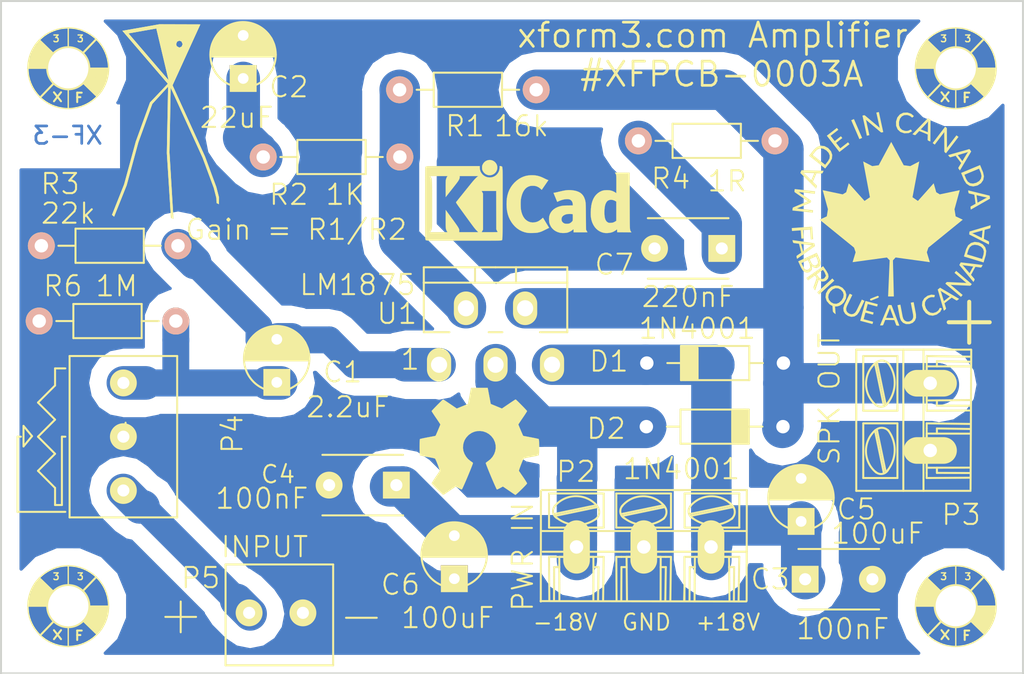
<source format=kicad_pcb>
(kicad_pcb (version 4) (host pcbnew 4.0.7+dfsg1-1~bpo9+1)

  (general
    (links 33)
    (no_connects 0)
    (area -0.075001 -3.272544 76.075001 50.075001)
    (thickness 1.6)
    (drawings 13)
    (tracks 70)
    (zones 0)
    (modules 27)
    (nets 11)
  )

  (page A4)
  (layers
    (0 F.Cu signal)
    (31 B.Cu signal)
    (37 F.SilkS user)
    (38 B.Mask user)
    (39 F.Mask user)
    (44 Edge.Cuts user)
    (45 Margin user)
    (49 F.Fab user)
  )

  (setup
    (last_trace_width 0.25)
    (user_trace_width 1)
    (user_trace_width 1.5)
    (user_trace_width 2)
    (user_trace_width 2.5)
    (user_trace_width 3)
    (trace_clearance 0.2)
    (zone_clearance 1.3)
    (zone_45_only no)
    (trace_min 0.2)
    (segment_width 0.2)
    (edge_width 0.15)
    (via_size 0.6)
    (via_drill 0.4)
    (via_min_size 0.4)
    (via_min_drill 0.3)
    (uvia_size 0.3)
    (uvia_drill 0.1)
    (uvias_allowed no)
    (uvia_min_size 0.2)
    (uvia_min_drill 0.1)
    (pcb_text_width 0.3)
    (pcb_text_size 1.5 1.5)
    (mod_edge_width 0.15)
    (mod_text_size 1.5 1.5)
    (mod_text_width 0.15)
    (pad_size 4.064 4.064)
    (pad_drill 3)
    (pad_to_mask_clearance 0.2)
    (aux_axis_origin 0 -0.00508)
    (visible_elements FFFFFF7F)
    (pcbplotparams
      (layerselection 0x00000_80000000)
      (usegerberextensions false)
      (excludeedgelayer false)
      (linewidth 0.100000)
      (plotframeref false)
      (viasonmask true)
      (mode 1)
      (useauxorigin false)
      (hpglpennumber 1)
      (hpglpenspeed 20)
      (hpglpendiameter 15)
      (hpglpenoverlay 2)
      (psnegative false)
      (psa4output false)
      (plotreference true)
      (plotvalue true)
      (plotinvisibletext false)
      (padsonsilk true)
      (subtractmaskfromsilk false)
      (outputformat 5)
      (mirror false)
      (drillshape 0)
      (scaleselection 1)
      (outputdirectory ../kicad_masks/))
  )

  (net 0 "")
  (net 1 GND)
  (net 2 /IN)
  (net 3 "Net-(C1-Pad2)")
  (net 4 "Net-(C2-Pad1)")
  (net 5 /V+)
  (net 6 /V-)
  (net 7 "Net-(C7-Pad1)")
  (net 8 /OUT)
  (net 9 "Net-(R1-Pad2)")
  (net 10 "Net-(C1-Pad1)")

  (net_class Default "This is the default net class."
    (clearance 0.2)
    (trace_width 0.25)
    (via_dia 0.6)
    (via_drill 0.4)
    (uvia_dia 0.3)
    (uvia_drill 0.1)
    (add_net /IN)
    (add_net /OUT)
    (add_net /V+)
    (add_net /V-)
    (add_net GND)
    (add_net "Net-(C1-Pad1)")
    (add_net "Net-(C1-Pad2)")
    (add_net "Net-(C2-Pad1)")
    (add_net "Net-(C7-Pad1)")
    (add_net "Net-(R1-Pad2)")
  )

  (module xlib:x_gx_xform_8x14_Silk (layer F.Cu) (tedit 5A7AACCF) (tstamp 5A7AB32E)
    (at 11.35 8.7)
    (descr "Imported from xf3_logo_10x15mm.svg")
    (tags svg2mod)
    (attr smd)
    (fp_text reference svg2mod (at 0 -10.553344) (layer F.SilkS) hide
      (effects (font (thickness 0.3048)))
    )
    (fp_text value G*** (at 0 10.553344) (layer F.SilkS) hide
      (effects (font (thickness 0.3048)))
    )
    (fp_poly (pts (xy 0.415165 -6.97012) (xy 0.199089 -6.655376) (xy 1.108043 -2.818366) (xy -1.869623 -6.290471)
      (xy 0.199089 -6.655376) (xy 0.415165 -6.97012) (xy 1.91447 -5.751934) (xy 2.069913 -5.690198)
      (xy 2.1548 -5.493414) (xy 2.085347 -5.312064) (xy 1.91447 -5.235445) (xy 1.720443 -5.342381)
      (xy 1.674692 -5.493414) (xy 1.745247 -5.675866) (xy 1.91447 -5.751934) (xy 0.415165 -6.97012)
      (xy 0.287834 -6.946418) (xy -2.324926 -6.48505) (xy 1.052921 -2.546617) (xy -0.272752 -1.154248)
      (xy -1.327778 1.749555) (xy -2.197044 4.937784) (xy -3.098832 7.207137) (xy -2.937326 7.338326)
      (xy -2.004119 5.003378) (xy -1.134853 1.814047) (xy -0.096363 -1.048414) (xy 1.074418 -2.32558)
      (xy 0.981263 2.602836) (xy 1.286085 7.430379) (xy 1.476254 7.505344) (xy 1.1797 2.561495)
      (xy 1.267344 -2.252268) (xy 3.637569 2.951204) (xy 4.469904 5.196303) (xy 4.664483 5.951469)
      (xy 4.677161 6.322988) (xy 4.860165 6.411733) (xy 4.862921 5.910127) (xy 4.661176 5.127402)
      (xy 3.821675 2.864112) (xy 1.407352 -2.431413) (xy 3.474409 -6.9613) (xy 0.415165 -6.97012)) (layer F.SilkS) (width 0))
    (fp_poly (pts (xy 0.415165 -6.97012) (xy 0.199089 -6.655376) (xy 1.108043 -2.818366) (xy -1.869623 -6.290471)
      (xy 0.199089 -6.655376) (xy 0.415165 -6.97012) (xy 1.91447 -5.751934) (xy 2.069913 -5.690198)
      (xy 2.1548 -5.493414) (xy 2.085347 -5.312064) (xy 1.91447 -5.235445) (xy 1.720443 -5.342381)
      (xy 1.674692 -5.493414) (xy 1.745247 -5.675866) (xy 1.91447 -5.751934) (xy 0.415165 -6.97012)
      (xy 0.287834 -6.946418) (xy -2.324926 -6.48505) (xy 1.052921 -2.546617) (xy -0.272752 -1.154248)
      (xy -1.327778 1.749555) (xy -2.197044 4.937784) (xy -3.098832 7.207137) (xy -2.937326 7.338326)
      (xy -2.004119 5.003378) (xy -1.134853 1.814047) (xy -0.096363 -1.048414) (xy 1.074418 -2.32558)
      (xy 0.981263 2.602836) (xy 1.286085 7.430379) (xy 1.476254 7.505344) (xy 1.1797 2.561495)
      (xy 1.267344 -2.252268) (xy 3.637569 2.951204) (xy 4.469904 5.196303) (xy 4.664483 5.951469)
      (xy 4.677161 6.322988) (xy 4.860165 6.411733) (xy 4.862921 5.910127) (xy 4.661176 5.127402)
      (xy 3.821675 2.864112) (xy 1.407352 -2.431413) (xy 3.474409 -6.9613) (xy 0.415165 -6.97012)) (layer F.SilkS) (width 0))
  )

  (module xlib:x_TDA (layer F.Cu) (tedit 5A701979) (tstamp 592F648E)
    (at 36.775 22.85)
    (descr "Pentawatt, Neutral, Staggered, Verical, TO220-5, T05D,")
    (tags "Pentawatt, Neutral, Staggered, Verical, TO220-5, T05D,")
    (path /5886345A)
    (fp_text reference U1 (at -7.335 0.4) (layer F.SilkS)
      (effects (font (size 1.5 1.5) (thickness 0.15)))
    )
    (fp_text value LM1875 (at -10.265 -1.74) (layer F.SilkS)
      (effects (font (size 1.5 1.5) (thickness 0.15)))
    )
    (fp_text user 1 (at -6.35 3.81) (layer F.SilkS)
      (effects (font (size 1.5 1.5) (thickness 0.15)))
    )
    (fp_line (start 3.302 1.778) (end 5.334 1.778) (layer F.SilkS) (width 0.15))
    (fp_line (start -0.508 1.778) (end 0.508 1.778) (layer F.SilkS) (width 0.15))
    (fp_line (start -5.334 1.778) (end -3.429 1.778) (layer F.SilkS) (width 0.15))
    (fp_line (start -1.524 -3.048) (end -1.524 -1.905) (layer F.SilkS) (width 0.15))
    (fp_line (start 1.524 -3.048) (end 1.524 -1.905) (layer F.SilkS) (width 0.15))
    (fp_line (start 5.334 -1.905) (end 5.334 1.778) (layer F.SilkS) (width 0.15))
    (fp_line (start -5.334 1.778) (end -5.334 -1.905) (layer F.SilkS) (width 0.15))
    (fp_line (start 5.334 -3.048) (end 5.334 -1.905) (layer F.SilkS) (width 0.15))
    (fp_line (start 5.334 -1.905) (end -5.334 -1.905) (layer F.SilkS) (width 0.15))
    (fp_line (start -5.334 -1.905) (end -5.334 -3.048) (layer F.SilkS) (width 0.15))
    (fp_line (start 0 -3.048) (end -5.334 -3.048) (layer F.SilkS) (width 0.15))
    (fp_line (start 0 -3.048) (end 5.334 -3.048) (layer F.SilkS) (width 0.15))
    (pad 3 thru_hole oval (at 0 4.2 90) (size 2.49936 1.80086) (drill 1.2) (layers *.Cu *.Mask F.SilkS)
      (net 6 /V-))
    (pad 1 thru_hole oval (at -4.2 4.2 90) (size 2.49936 1.80086) (drill 1.2) (layers *.Cu *.Mask F.SilkS)
      (net 3 "Net-(C1-Pad2)"))
    (pad 5 thru_hole oval (at 4.2 4.2 90) (size 2.49936 1.80086) (drill 1.2) (layers *.Cu *.Mask F.SilkS)
      (net 5 /V+))
    (pad 4 thru_hole oval (at 2.2 0 90) (size 2.49936 1.80086) (drill 1.2) (layers *.Cu *.Mask F.SilkS)
      (net 8 /OUT))
    (pad 2 thru_hole oval (at -2.2 0 90) (size 2.49936 1.80086) (drill 1.2) (layers *.Cu *.Mask F.SilkS)
      (net 9 "Net-(R1-Pad2)"))
    (model ${KISYS3DMOD}/x_packages3d/x_TDA.wrl
      (at (xyz 0 0 0))
      (scale (xyz 1 1 1))
      (rotate (xyz 0 0 0))
    )
  )

  (module xlib:x_diode (layer F.Cu) (tedit 5AD3C069) (tstamp 592F67EE)
    (at 48.025 26.92654)
    (descr "Diode, DO-41, SOD81, Horizontal, RM 10mm,")
    (tags "Diode, DO-41, SOD81, Horizontal, RM 10mm, 1N4007, SB140,")
    (path /58963BAC)
    (fp_text reference D1 (at -2.825 -0.12654 180) (layer F.SilkS)
      (effects (font (size 1.5 1.5) (thickness 0.15)))
    )
    (fp_text value 1N4001 (at 3.75 -2.57) (layer F.SilkS)
      (effects (font (size 1.5 1.5) (thickness 0.15)))
    )
    (fp_line (start 7.62 -0.00254) (end 8.636 -0.00254) (layer F.SilkS) (width 0.15))
    (fp_line (start 2.794 -0.00254) (end 1.524 -0.00254) (layer F.SilkS) (width 0.15))
    (fp_line (start 3.7 -1.1) (end 3.7 1.17) (layer F.SilkS) (width 0.3))
    (fp_line (start 2.86512 -0.9906) (end 2.86512 1.0094) (layer F.SilkS) (width 0.65))
    (fp_line (start 2.54 1.26746) (end 2.54 -1.27254) (layer F.SilkS) (width 0.15))
    (fp_line (start 2.54 -1.27254) (end 7.62 -1.27254) (layer F.SilkS) (width 0.15))
    (fp_line (start 7.62 -1.27254) (end 7.62 1.26746) (layer F.SilkS) (width 0.15))
    (fp_line (start 7.62 1.26746) (end 2.54 1.26746) (layer F.SilkS) (width 0.15))
    (fp_line (start 3.33248 -1.01092) (end 3.33248 0.98908) (layer F.SilkS) (width 0.65))
    (pad 2 thru_hole circle (at 10.16 -0.00254 180) (size 2 2) (drill 1) (layers *.Cu *.Mask)
      (net 8 /OUT))
    (pad 1 thru_hole rect (at 0 -0.00254 180) (size 2 1.99898) (drill 1) (layers *.Cu *.Mask)
      (net 5 /V+))
    (model ${KISYS3DMOD}/x_packages3d/x_Diode.wrl
      (at (xyz 0 0 0))
      (scale (xyz 1 1 1))
      (rotate (xyz 0 0 0))
    )
  )

  (module xlib:x_diode (layer F.Cu) (tedit 5AD3C079) (tstamp 592F6802)
    (at 58.15 31.65 180)
    (descr "Diode, DO-41, SOD81, Horizontal, RM 10mm,")
    (tags "Diode, DO-41, SOD81, Horizontal, RM 10mm, 1N4007, SB140,")
    (path /58964186)
    (fp_text reference D2 (at 13.15 -0.15 360) (layer F.SilkS)
      (effects (font (size 1.5 1.5) (thickness 0.15)))
    )
    (fp_text value 1N4001 (at 7.55 -3.15 180) (layer F.SilkS)
      (effects (font (size 1.5 1.5) (thickness 0.15)))
    )
    (fp_line (start 7.62 -0.00254) (end 8.636 -0.00254) (layer F.SilkS) (width 0.15))
    (fp_line (start 2.794 -0.00254) (end 1.524 -0.00254) (layer F.SilkS) (width 0.15))
    (fp_line (start 3.7 -1.1) (end 3.7 1.17) (layer F.SilkS) (width 0.3))
    (fp_line (start 2.86512 -0.9906) (end 2.86512 1.0094) (layer F.SilkS) (width 0.65))
    (fp_line (start 2.54 1.26746) (end 2.54 -1.27254) (layer F.SilkS) (width 0.15))
    (fp_line (start 2.54 -1.27254) (end 7.62 -1.27254) (layer F.SilkS) (width 0.15))
    (fp_line (start 7.62 -1.27254) (end 7.62 1.26746) (layer F.SilkS) (width 0.15))
    (fp_line (start 7.62 1.26746) (end 2.54 1.26746) (layer F.SilkS) (width 0.15))
    (fp_line (start 3.33248 -1.01092) (end 3.33248 0.98908) (layer F.SilkS) (width 0.65))
    (pad 2 thru_hole circle (at 10.16 -0.00254) (size 2 2) (drill 1) (layers *.Cu *.Mask)
      (net 6 /V-))
    (pad 1 thru_hole rect (at 0 -0.00254) (size 2 1.99898) (drill 1) (layers *.Cu *.Mask)
      (net 8 /OUT))
    (model ${KISYS3DMOD}/x_packages3d/x_Diode.wrl
      (at (xyz 0 0 0))
      (scale (xyz 1 1 1))
      (rotate (xyz 0 0 0))
    )
  )

  (module xlib:x_Resistor_Horizontal_RM10mm (layer F.Cu) (tedit 5AD3ABE4) (tstamp 592F6918)
    (at 2.84 23.8)
    (descr "Resistor, Axial,  RM 10mm, 1/3W")
    (tags "Resistor Axial RM 10mm 1/3W")
    (path /58DEECF5)
    (fp_text reference R6 (at 1.76 -2.6) (layer F.SilkS)
      (effects (font (size 1.5 1.5) (thickness 0.15)))
    )
    (fp_text value 1M (at 5.76 -2.6) (layer F.SilkS)
      (effects (font (size 1.5 1.5) (thickness 0.15)))
    )
    (fp_line (start -1.25 -1.5) (end 11.4 -1.5) (layer F.CrtYd) (width 0.05))
    (fp_line (start -1.25 1.5) (end -1.25 -1.5) (layer F.CrtYd) (width 0.05))
    (fp_line (start 11.4 -1.5) (end 11.4 1.5) (layer F.CrtYd) (width 0.05))
    (fp_line (start -1.25 1.5) (end 11.4 1.5) (layer F.CrtYd) (width 0.05))
    (fp_line (start 2.54 -1.27) (end 7.62 -1.27) (layer F.SilkS) (width 0.15))
    (fp_line (start 7.62 -1.27) (end 7.62 1.27) (layer F.SilkS) (width 0.15))
    (fp_line (start 7.62 1.27) (end 2.54 1.27) (layer F.SilkS) (width 0.15))
    (fp_line (start 2.54 1.27) (end 2.54 -1.27) (layer F.SilkS) (width 0.15))
    (fp_line (start 2.54 0) (end 1.27 0) (layer F.SilkS) (width 0.15))
    (fp_line (start 7.62 0) (end 8.89 0) (layer F.SilkS) (width 0.15))
    (pad 1 thru_hole circle (at 0 0) (size 2 2) (drill 1) (layers *.Cu *.SilkS *.Mask)
      (net 1 GND))
    (pad 2 thru_hole circle (at 10.16 0) (size 2 2) (drill 1) (layers *.Cu *.SilkS *.Mask)
      (net 10 "Net-(C1-Pad1)"))
    (model ${KISYS3DMOD}/x_packages3d/x_ResistorHorizontalRM10mm.wrl
      (at (xyz 0 0 0))
      (scale (xyz 1 1 1))
      (rotate (xyz 0 0 0))
    )
  )

  (module xlib:x_Resistor_Horizontal_RM10mm (layer F.Cu) (tedit 5AD3BCFA) (tstamp 592F6367)
    (at 57.56 10.4 180)
    (descr "Resistor, Axial,  RM 10mm, 1/3W")
    (tags "Resistor Axial RM 10mm 1/3W")
    (path /589669C2)
    (fp_text reference R4 (at 7.76 -2.8 180) (layer F.SilkS)
      (effects (font (size 1.5 1.5) (thickness 0.15)))
    )
    (fp_text value 1R (at 3.56 -3 180) (layer F.SilkS)
      (effects (font (size 1.5 1.5) (thickness 0.15)))
    )
    (fp_line (start -1.25 -1.5) (end 11.4 -1.5) (layer F.CrtYd) (width 0.05))
    (fp_line (start -1.25 1.5) (end -1.25 -1.5) (layer F.CrtYd) (width 0.05))
    (fp_line (start 11.4 -1.5) (end 11.4 1.5) (layer F.CrtYd) (width 0.05))
    (fp_line (start -1.25 1.5) (end 11.4 1.5) (layer F.CrtYd) (width 0.05))
    (fp_line (start 2.54 -1.27) (end 7.62 -1.27) (layer F.SilkS) (width 0.15))
    (fp_line (start 7.62 -1.27) (end 7.62 1.27) (layer F.SilkS) (width 0.15))
    (fp_line (start 7.62 1.27) (end 2.54 1.27) (layer F.SilkS) (width 0.15))
    (fp_line (start 2.54 1.27) (end 2.54 -1.27) (layer F.SilkS) (width 0.15))
    (fp_line (start 2.54 0) (end 1.27 0) (layer F.SilkS) (width 0.15))
    (fp_line (start 7.62 0) (end 8.89 0) (layer F.SilkS) (width 0.15))
    (pad 1 thru_hole circle (at 0 0 180) (size 2 2) (drill 1) (layers *.Cu *.SilkS *.Mask)
      (net 8 /OUT))
    (pad 2 thru_hole circle (at 10.16 0 180) (size 2 2) (drill 1) (layers *.Cu *.SilkS *.Mask)
      (net 7 "Net-(C7-Pad1)"))
    (model ${KISYS3DMOD}/x_packages3d/x_ResistorHorizontalRM10mm.wrl
      (at (xyz 0 0 0))
      (scale (xyz 1 1 1))
      (rotate (xyz 0 0 0))
    )
  )

  (module xlib:x_Resistor_Horizontal_RM10mm (layer F.Cu) (tedit 5AD3ABD4) (tstamp 592F695A)
    (at 3 18.2)
    (descr "Resistor, Axial,  RM 10mm, 1/3W")
    (tags "Resistor Axial RM 10mm 1/3W")
    (path /58962A1A)
    (fp_text reference R3 (at 1.4 -4.6) (layer F.SilkS)
      (effects (font (size 1.5 1.5) (thickness 0.15)))
    )
    (fp_text value 22k (at 2 -2.4) (layer F.SilkS)
      (effects (font (size 1.5 1.5) (thickness 0.15)))
    )
    (fp_line (start -1.25 -1.5) (end 11.4 -1.5) (layer F.CrtYd) (width 0.05))
    (fp_line (start -1.25 1.5) (end -1.25 -1.5) (layer F.CrtYd) (width 0.05))
    (fp_line (start 11.4 -1.5) (end 11.4 1.5) (layer F.CrtYd) (width 0.05))
    (fp_line (start -1.25 1.5) (end 11.4 1.5) (layer F.CrtYd) (width 0.05))
    (fp_line (start 2.54 -1.27) (end 7.62 -1.27) (layer F.SilkS) (width 0.15))
    (fp_line (start 7.62 -1.27) (end 7.62 1.27) (layer F.SilkS) (width 0.15))
    (fp_line (start 7.62 1.27) (end 2.54 1.27) (layer F.SilkS) (width 0.15))
    (fp_line (start 2.54 1.27) (end 2.54 -1.27) (layer F.SilkS) (width 0.15))
    (fp_line (start 2.54 0) (end 1.27 0) (layer F.SilkS) (width 0.15))
    (fp_line (start 7.62 0) (end 8.89 0) (layer F.SilkS) (width 0.15))
    (pad 1 thru_hole circle (at 0 0) (size 2 2) (drill 1) (layers *.Cu *.SilkS *.Mask)
      (net 1 GND))
    (pad 2 thru_hole circle (at 10.16 0) (size 2 2) (drill 1) (layers *.Cu *.SilkS *.Mask)
      (net 3 "Net-(C1-Pad2)"))
    (model ${KISYS3DMOD}/x_packages3d/x_ResistorHorizontalRM10mm.wrl
      (at (xyz 0 0 0))
      (scale (xyz 1 1 1))
      (rotate (xyz 0 0 0))
    )
  )

  (module xlib:x_Resistor_Horizontal_RM10mm (layer F.Cu) (tedit 5AD3BD5F) (tstamp 5A2B47E1)
    (at 39.8 6.6 180)
    (descr "Resistor, Axial,  RM 10mm, 1/3W")
    (tags "Resistor Axial RM 10mm 1/3W")
    (path /589649BE)
    (fp_text reference R1 (at 5.3 -2.7 180) (layer F.SilkS)
      (effects (font (size 1.5 1.5) (thickness 0.15)))
    )
    (fp_text value 16k (at 1.1 -2.7 180) (layer F.SilkS)
      (effects (font (size 1.5 1.5) (thickness 0.15)))
    )
    (fp_line (start -1.25 -1.5) (end 11.4 -1.5) (layer F.CrtYd) (width 0.05))
    (fp_line (start -1.25 1.5) (end -1.25 -1.5) (layer F.CrtYd) (width 0.05))
    (fp_line (start 11.4 -1.5) (end 11.4 1.5) (layer F.CrtYd) (width 0.05))
    (fp_line (start -1.25 1.5) (end 11.4 1.5) (layer F.CrtYd) (width 0.05))
    (fp_line (start 2.54 -1.27) (end 7.62 -1.27) (layer F.SilkS) (width 0.15))
    (fp_line (start 7.62 -1.27) (end 7.62 1.27) (layer F.SilkS) (width 0.15))
    (fp_line (start 7.62 1.27) (end 2.54 1.27) (layer F.SilkS) (width 0.15))
    (fp_line (start 2.54 1.27) (end 2.54 -1.27) (layer F.SilkS) (width 0.15))
    (fp_line (start 2.54 0) (end 1.27 0) (layer F.SilkS) (width 0.15))
    (fp_line (start 7.62 0) (end 8.89 0) (layer F.SilkS) (width 0.15))
    (pad 1 thru_hole circle (at 0 0 180) (size 2 2) (drill 1) (layers *.Cu *.SilkS *.Mask)
      (net 8 /OUT))
    (pad 2 thru_hole circle (at 10.16 0 180) (size 2 2) (drill 1) (layers *.Cu *.SilkS *.Mask)
      (net 9 "Net-(R1-Pad2)"))
    (model ${KISYS3DMOD}/x_packages3d/x_ResistorHorizontalRM10mm.wrl
      (at (xyz 0 0 0))
      (scale (xyz 1 1 1))
      (rotate (xyz 0 0 0))
    )
  )

  (module xlib:x_Resistor_Horizontal_RM10mm (layer F.Cu) (tedit 5AD3BD64) (tstamp 5A2B47F1)
    (at 29.66 11.6 180)
    (descr "Resistor, Axial,  RM 10mm, 1/3W")
    (tags "Resistor Axial RM 10mm 1/3W")
    (path /58962703)
    (fp_text reference R2 (at 8.26 -2.8 180) (layer F.SilkS)
      (effects (font (size 1.5 1.5) (thickness 0.15)))
    )
    (fp_text value 1K (at 4.06 -2.8 180) (layer F.SilkS)
      (effects (font (size 1.5 1.5) (thickness 0.15)))
    )
    (fp_line (start -1.25 -1.5) (end 11.4 -1.5) (layer F.CrtYd) (width 0.05))
    (fp_line (start -1.25 1.5) (end -1.25 -1.5) (layer F.CrtYd) (width 0.05))
    (fp_line (start 11.4 -1.5) (end 11.4 1.5) (layer F.CrtYd) (width 0.05))
    (fp_line (start -1.25 1.5) (end 11.4 1.5) (layer F.CrtYd) (width 0.05))
    (fp_line (start 2.54 -1.27) (end 7.62 -1.27) (layer F.SilkS) (width 0.15))
    (fp_line (start 7.62 -1.27) (end 7.62 1.27) (layer F.SilkS) (width 0.15))
    (fp_line (start 7.62 1.27) (end 2.54 1.27) (layer F.SilkS) (width 0.15))
    (fp_line (start 2.54 1.27) (end 2.54 -1.27) (layer F.SilkS) (width 0.15))
    (fp_line (start 2.54 0) (end 1.27 0) (layer F.SilkS) (width 0.15))
    (fp_line (start 7.62 0) (end 8.89 0) (layer F.SilkS) (width 0.15))
    (pad 1 thru_hole circle (at 0 0 180) (size 2 2) (drill 1) (layers *.Cu *.SilkS *.Mask)
      (net 9 "Net-(R1-Pad2)"))
    (pad 2 thru_hole circle (at 10.16 0 180) (size 2 2) (drill 1) (layers *.Cu *.SilkS *.Mask)
      (net 4 "Net-(C2-Pad1)"))
    (model ${KISYS3DMOD}/x_packages3d/x_ResistorHorizontalRM10mm.wrl
      (at (xyz 0 0 0))
      (scale (xyz 1 1 1))
      (rotate (xyz 0 0 0))
    )
  )

  (module xlib:x_holeround (layer F.Cu) (tedit 5A6F5E25) (tstamp 596CBEC7)
    (at 5 45)
    (descr "module 1 pin (ou trou mecanique de percage)")
    (tags DEV)
    (path /596AC21A)
    (fp_text reference P1 (at -3 -1) (layer Eco1.User) hide
      (effects (font (size 1 1) (thickness 0.15)))
    )
    (fp_text value xhole (at 2 4) (layer Eco2.User) hide
      (effects (font (size 1 1) (thickness 0.15)))
    )
    (fp_circle (center 0 0) (end 0.1 -0.15) (layer F.SilkS) (width 0.2))
    (fp_circle (center 0 0) (end 0.15 -0.5) (layer F.SilkS) (width 0.2))
    (fp_line (start 2.22 1.86) (end 0.27 0.1) (layer F.SilkS) (width 0.3))
    (fp_line (start -2.07 2.16) (end 2.07 -2.15) (layer F.SilkS) (width 0.15))
    (fp_text user 3 (at -0.9 -2.2) (layer F.SilkS)
      (effects (font (size 0.5 0.5) (thickness 0.1)))
    )
    (fp_text user F (at 0.8 2.2) (layer F.SilkS)
      (effects (font (size 0.7 0.7) (thickness 0.15)))
    )
    (fp_text user x (at -0.8 2) (layer F.SilkS)
      (effects (font (size 1 1) (thickness 0.15)))
    )
    (fp_line (start 3 0) (end -3 0) (layer F.SilkS) (width 0.1))
    (fp_line (start 0 3) (end 0 -3) (layer F.SilkS) (width 0.1))
    (fp_circle (center 0 0) (end 0 3) (layer F.SilkS) (width 0.1))
    (fp_line (start 2.12 2.05) (end -2.14 -2.07) (layer F.SilkS) (width 0.15))
    (fp_text user 3 (at 0.9 -2.2) (layer F.SilkS)
      (effects (font (size 0.5 0.5) (thickness 0.1)))
    )
    (fp_line (start 2.39 1.65) (end 0.81 0.26) (layer F.SilkS) (width 0.3))
    (fp_line (start 2.89 0.15) (end 0.51 0.17) (layer F.SilkS) (width 0.3))
    (fp_line (start 2.46 1.27) (end 1.24 0.3) (layer F.SilkS) (width 0.4))
    (fp_line (start 2.76 0.43) (end 1.64 0.41) (layer F.SilkS) (width 0.5))
    (fp_line (start 2.5 0.53) (end 2.27 1.23) (layer F.SilkS) (width 0.85))
    (fp_line (start -2.88 -0.14411) (end -0.5 -0.16411) (layer F.SilkS) (width 0.3))
    (fp_line (start -2.75 -0.42411) (end -1.63 -0.40411) (layer F.SilkS) (width 0.5))
    (fp_line (start -2.21 -1.85411) (end -0.26 -0.09411) (layer F.SilkS) (width 0.3))
    (fp_line (start -2.38 -1.64411) (end -0.8 -0.25411) (layer F.SilkS) (width 0.3))
    (fp_line (start -2.45 -1.26411) (end -1.23 -0.29411) (layer F.SilkS) (width 0.4))
    (fp_line (start -2.49 -0.52411) (end -2.26 -1.22411) (layer F.SilkS) (width 0.85))
    (fp_circle (center 0 0) (end 0.35 -1.5) (layer F.SilkS) (width 0.2))
    (pad "" thru_hole circle (at 0 0) (size 6 6) (drill 3) (layers *.Cu B.Mask))
  )

  (module xlib:x_holeround (layer F.Cu) (tedit 5A6F5E25) (tstamp 596CBECC)
    (at 71 45)
    (descr "module 1 pin (ou trou mecanique de percage)")
    (tags DEV)
    (path /596AC2A3)
    (fp_text reference P6 (at -3 -1) (layer Eco1.User) hide
      (effects (font (size 1 1) (thickness 0.15)))
    )
    (fp_text value xhole (at 2 4) (layer Eco2.User) hide
      (effects (font (size 1 1) (thickness 0.15)))
    )
    (fp_circle (center 0 0) (end 0.1 -0.15) (layer F.SilkS) (width 0.2))
    (fp_circle (center 0 0) (end 0.15 -0.5) (layer F.SilkS) (width 0.2))
    (fp_line (start 2.22 1.86) (end 0.27 0.1) (layer F.SilkS) (width 0.3))
    (fp_line (start -2.07 2.16) (end 2.07 -2.15) (layer F.SilkS) (width 0.15))
    (fp_text user 3 (at -0.9 -2.2) (layer F.SilkS)
      (effects (font (size 0.5 0.5) (thickness 0.1)))
    )
    (fp_text user F (at 0.8 2.2) (layer F.SilkS)
      (effects (font (size 0.7 0.7) (thickness 0.15)))
    )
    (fp_text user x (at -0.8 2) (layer F.SilkS)
      (effects (font (size 1 1) (thickness 0.15)))
    )
    (fp_line (start 3 0) (end -3 0) (layer F.SilkS) (width 0.1))
    (fp_line (start 0 3) (end 0 -3) (layer F.SilkS) (width 0.1))
    (fp_circle (center 0 0) (end 0 3) (layer F.SilkS) (width 0.1))
    (fp_line (start 2.12 2.05) (end -2.14 -2.07) (layer F.SilkS) (width 0.15))
    (fp_text user 3 (at 0.9 -2.2) (layer F.SilkS)
      (effects (font (size 0.5 0.5) (thickness 0.1)))
    )
    (fp_line (start 2.39 1.65) (end 0.81 0.26) (layer F.SilkS) (width 0.3))
    (fp_line (start 2.89 0.15) (end 0.51 0.17) (layer F.SilkS) (width 0.3))
    (fp_line (start 2.46 1.27) (end 1.24 0.3) (layer F.SilkS) (width 0.4))
    (fp_line (start 2.76 0.43) (end 1.64 0.41) (layer F.SilkS) (width 0.5))
    (fp_line (start 2.5 0.53) (end 2.27 1.23) (layer F.SilkS) (width 0.85))
    (fp_line (start -2.88 -0.14411) (end -0.5 -0.16411) (layer F.SilkS) (width 0.3))
    (fp_line (start -2.75 -0.42411) (end -1.63 -0.40411) (layer F.SilkS) (width 0.5))
    (fp_line (start -2.21 -1.85411) (end -0.26 -0.09411) (layer F.SilkS) (width 0.3))
    (fp_line (start -2.38 -1.64411) (end -0.8 -0.25411) (layer F.SilkS) (width 0.3))
    (fp_line (start -2.45 -1.26411) (end -1.23 -0.29411) (layer F.SilkS) (width 0.4))
    (fp_line (start -2.49 -0.52411) (end -2.26 -1.22411) (layer F.SilkS) (width 0.85))
    (fp_circle (center 0 0) (end 0.35 -1.5) (layer F.SilkS) (width 0.2))
    (pad "" thru_hole circle (at 0 0) (size 6 6) (drill 3) (layers *.Cu B.Mask))
  )

  (module xlib:x_holeround (layer F.Cu) (tedit 5A6F5E25) (tstamp 596CBED1)
    (at 71 5)
    (descr "module 1 pin (ou trou mecanique de percage)")
    (tags DEV)
    (path /596AC334)
    (fp_text reference P7 (at -3 -1) (layer Eco1.User) hide
      (effects (font (size 1 1) (thickness 0.15)))
    )
    (fp_text value xhole (at 2 4) (layer Eco2.User) hide
      (effects (font (size 1 1) (thickness 0.15)))
    )
    (fp_circle (center 0 0) (end 0.1 -0.15) (layer F.SilkS) (width 0.2))
    (fp_circle (center 0 0) (end 0.15 -0.5) (layer F.SilkS) (width 0.2))
    (fp_line (start 2.22 1.86) (end 0.27 0.1) (layer F.SilkS) (width 0.3))
    (fp_line (start -2.07 2.16) (end 2.07 -2.15) (layer F.SilkS) (width 0.15))
    (fp_text user 3 (at -0.9 -2.2) (layer F.SilkS)
      (effects (font (size 0.5 0.5) (thickness 0.1)))
    )
    (fp_text user F (at 0.8 2.2) (layer F.SilkS)
      (effects (font (size 0.7 0.7) (thickness 0.15)))
    )
    (fp_text user x (at -0.8 2) (layer F.SilkS)
      (effects (font (size 1 1) (thickness 0.15)))
    )
    (fp_line (start 3 0) (end -3 0) (layer F.SilkS) (width 0.1))
    (fp_line (start 0 3) (end 0 -3) (layer F.SilkS) (width 0.1))
    (fp_circle (center 0 0) (end 0 3) (layer F.SilkS) (width 0.1))
    (fp_line (start 2.12 2.05) (end -2.14 -2.07) (layer F.SilkS) (width 0.15))
    (fp_text user 3 (at 0.9 -2.2) (layer F.SilkS)
      (effects (font (size 0.5 0.5) (thickness 0.1)))
    )
    (fp_line (start 2.39 1.65) (end 0.81 0.26) (layer F.SilkS) (width 0.3))
    (fp_line (start 2.89 0.15) (end 0.51 0.17) (layer F.SilkS) (width 0.3))
    (fp_line (start 2.46 1.27) (end 1.24 0.3) (layer F.SilkS) (width 0.4))
    (fp_line (start 2.76 0.43) (end 1.64 0.41) (layer F.SilkS) (width 0.5))
    (fp_line (start 2.5 0.53) (end 2.27 1.23) (layer F.SilkS) (width 0.85))
    (fp_line (start -2.88 -0.14411) (end -0.5 -0.16411) (layer F.SilkS) (width 0.3))
    (fp_line (start -2.75 -0.42411) (end -1.63 -0.40411) (layer F.SilkS) (width 0.5))
    (fp_line (start -2.21 -1.85411) (end -0.26 -0.09411) (layer F.SilkS) (width 0.3))
    (fp_line (start -2.38 -1.64411) (end -0.8 -0.25411) (layer F.SilkS) (width 0.3))
    (fp_line (start -2.45 -1.26411) (end -1.23 -0.29411) (layer F.SilkS) (width 0.4))
    (fp_line (start -2.49 -0.52411) (end -2.26 -1.22411) (layer F.SilkS) (width 0.85))
    (fp_circle (center 0 0) (end 0.35 -1.5) (layer F.SilkS) (width 0.2))
    (pad "" thru_hole circle (at 0 0) (size 6 6) (drill 3) (layers *.Cu B.Mask))
  )

  (module xlib:x_holeround (layer F.Cu) (tedit 5A6F5E25) (tstamp 596CBED6)
    (at 5 5)
    (descr "module 1 pin (ou trou mecanique de percage)")
    (tags DEV)
    (path /596AC3BD)
    (fp_text reference P8 (at -3 -1) (layer Eco1.User) hide
      (effects (font (size 1 1) (thickness 0.15)))
    )
    (fp_text value xhole (at 2 4) (layer Eco2.User) hide
      (effects (font (size 1 1) (thickness 0.15)))
    )
    (fp_circle (center 0 0) (end 0.1 -0.15) (layer F.SilkS) (width 0.2))
    (fp_circle (center 0 0) (end 0.15 -0.5) (layer F.SilkS) (width 0.2))
    (fp_line (start 2.22 1.86) (end 0.27 0.1) (layer F.SilkS) (width 0.3))
    (fp_line (start -2.07 2.16) (end 2.07 -2.15) (layer F.SilkS) (width 0.15))
    (fp_text user 3 (at -0.9 -2.2) (layer F.SilkS)
      (effects (font (size 0.5 0.5) (thickness 0.1)))
    )
    (fp_text user F (at 0.8 2.2) (layer F.SilkS)
      (effects (font (size 0.7 0.7) (thickness 0.15)))
    )
    (fp_text user x (at -0.8 2) (layer F.SilkS)
      (effects (font (size 1 1) (thickness 0.15)))
    )
    (fp_line (start 3 0) (end -3 0) (layer F.SilkS) (width 0.1))
    (fp_line (start 0 3) (end 0 -3) (layer F.SilkS) (width 0.1))
    (fp_circle (center 0 0) (end 0 3) (layer F.SilkS) (width 0.1))
    (fp_line (start 2.12 2.05) (end -2.14 -2.07) (layer F.SilkS) (width 0.15))
    (fp_text user 3 (at 0.9 -2.2) (layer F.SilkS)
      (effects (font (size 0.5 0.5) (thickness 0.1)))
    )
    (fp_line (start 2.39 1.65) (end 0.81 0.26) (layer F.SilkS) (width 0.3))
    (fp_line (start 2.89 0.15) (end 0.51 0.17) (layer F.SilkS) (width 0.3))
    (fp_line (start 2.46 1.27) (end 1.24 0.3) (layer F.SilkS) (width 0.4))
    (fp_line (start 2.76 0.43) (end 1.64 0.41) (layer F.SilkS) (width 0.5))
    (fp_line (start 2.5 0.53) (end 2.27 1.23) (layer F.SilkS) (width 0.85))
    (fp_line (start -2.88 -0.14411) (end -0.5 -0.16411) (layer F.SilkS) (width 0.3))
    (fp_line (start -2.75 -0.42411) (end -1.63 -0.40411) (layer F.SilkS) (width 0.5))
    (fp_line (start -2.21 -1.85411) (end -0.26 -0.09411) (layer F.SilkS) (width 0.3))
    (fp_line (start -2.38 -1.64411) (end -0.8 -0.25411) (layer F.SilkS) (width 0.3))
    (fp_line (start -2.45 -1.26411) (end -1.23 -0.29411) (layer F.SilkS) (width 0.4))
    (fp_line (start -2.49 -0.52411) (end -2.26 -1.22411) (layer F.SilkS) (width 0.85))
    (fp_circle (center 0 0) (end 0.35 -1.5) (layer F.SilkS) (width 0.2))
    (pad "" thru_hole circle (at 0 0) (size 6 6) (drill 3) (layers *.Cu B.Mask))
  )

  (module xlib:x_Cap_Radial_7mm (layer F.Cu) (tedit 5AD3BFB1) (tstamp 596CC687)
    (at 59.49 37.94 90)
    (descr "Radial Electrolytic Capacitor, Diameter 6.3mm x Length 11.2mm, Pitch 2.5mm")
    (tags "Electrolytic Capacitor")
    (path /58962E59)
    (fp_text reference C5 (at 0.14 4.11 180) (layer F.SilkS)
      (effects (font (size 1.5 1.5) (thickness 0.15)))
    )
    (fp_text value 100uF (at -1.66 5.71 180) (layer F.SilkS)
      (effects (font (size 1.5 1.5) (thickness 0.15)))
    )
    (fp_circle (center 2.44856 0.01367) (end 2.24856 -0.68633) (layer F.SilkS) (width 0.5))
    (fp_line (start 1 -2.3) (end 1 2.3) (layer F.SilkS) (width 0.4))
    (fp_circle (center 1 0) (end 1.4 -2.4) (layer F.SilkS) (width 0.15))
    (fp_circle (center 1 0) (end 1.2 -2.7) (layer F.CrtYd) (width 0.05))
    (fp_line (start 1.3 -2.2) (end 1.3 2.2) (layer F.SilkS) (width 0.5))
    (fp_line (start 1.71704 -2.1336) (end 1.72212 2.1336) (layer F.SilkS) (width 0.5))
    (fp_line (start 2.0828 -1.93548) (end 2.0828 -0.8128) (layer F.SilkS) (width 0.5))
    (fp_line (start 2.12852 0.80772) (end 2.12344 1.96088) (layer F.SilkS) (width 0.5))
    (fp_line (start 2.54508 1.03124) (end 2.44348 1.72212) (layer F.SilkS) (width 0.5))
    (fp_line (start 2.41808 -1.7272) (end 2.44856 -1.03632) (layer F.SilkS) (width 0.5))
    (fp_line (start 2.70256 -1.43764) (end 3.1496 -0.5334) (layer F.SilkS) (width 0.5))
    (fp_line (start 2.63652 1.4478) (end 3.16992 0.56388) (layer F.SilkS) (width 0.5))
    (pad 2 thru_hole circle (at 2.44 0.01 90) (size 2 2) (drill 0.8) (layers *.Cu *.Mask F.SilkS)
      (net 1 GND))
    (pad 1 thru_hole rect (at -0.76 0.01 90) (size 2 2) (drill 0.8) (layers *.Cu *.Mask F.SilkS)
      (net 5 /V+))
    (model ${KISYS3DMOD}/x_packages3d/x_CapRadial7mm.wrl
      (at (xyz 0 0 0))
      (scale (xyz 1 1 1))
      (rotate (xyz 0 0 0))
    )
  )

  (module xlib:x_Cap_Radial_7mm (layer F.Cu) (tedit 5A414845) (tstamp 596CC7BE)
    (at 33.7 42.2 90)
    (descr "Radial Electrolytic Capacitor, Diameter 6.3mm x Length 11.2mm, Pitch 2.5mm")
    (tags "Electrolytic Capacitor")
    (path /589625BF)
    (fp_text reference C6 (at -1.2 -4 180) (layer F.SilkS)
      (effects (font (size 1.5 1.5) (thickness 0.15)))
    )
    (fp_text value 100uF (at -3.675 -0.475 180) (layer F.SilkS)
      (effects (font (size 1.5 1.5) (thickness 0.15)))
    )
    (fp_circle (center 2.44856 0.01367) (end 2.24856 -0.68633) (layer F.SilkS) (width 0.5))
    (fp_line (start 1 -2.3) (end 1 2.3) (layer F.SilkS) (width 0.4))
    (fp_circle (center 1 0) (end 1.4 -2.4) (layer F.SilkS) (width 0.15))
    (fp_circle (center 1 0) (end 1.2 -2.7) (layer F.CrtYd) (width 0.05))
    (fp_line (start 1.3 -2.2) (end 1.3 2.2) (layer F.SilkS) (width 0.5))
    (fp_line (start 1.71704 -2.1336) (end 1.72212 2.1336) (layer F.SilkS) (width 0.5))
    (fp_line (start 2.0828 -1.93548) (end 2.0828 -0.8128) (layer F.SilkS) (width 0.5))
    (fp_line (start 2.12852 0.80772) (end 2.12344 1.96088) (layer F.SilkS) (width 0.5))
    (fp_line (start 2.54508 1.03124) (end 2.44348 1.72212) (layer F.SilkS) (width 0.5))
    (fp_line (start 2.41808 -1.7272) (end 2.44856 -1.03632) (layer F.SilkS) (width 0.5))
    (fp_line (start 2.70256 -1.43764) (end 3.1496 -0.5334) (layer F.SilkS) (width 0.5))
    (fp_line (start 2.63652 1.4478) (end 3.16992 0.56388) (layer F.SilkS) (width 0.5))
    (pad 2 thru_hole circle (at 2.44 0.01 90) (size 2 2) (drill 0.8) (layers *.Cu *.Mask F.SilkS)
      (net 6 /V-))
    (pad 1 thru_hole rect (at -0.76 0.01 90) (size 2 2) (drill 0.8) (layers *.Cu *.Mask F.SilkS)
      (net 1 GND))
    (model ${KISYS3DMOD}/x_packages3d/x_CapRadial7mm.wrl
      (at (xyz 0 0 0))
      (scale (xyz 1 1 1))
      (rotate (xyz 0 0 0))
    )
  )

  (module xlib:x_Cap_Radial_7mm (layer F.Cu) (tedit 5AD3B583) (tstamp 596CCA88)
    (at 20.5 27.6 90)
    (descr "Radial Electrolytic Capacitor, Diameter 6.3mm x Length 11.2mm, Pitch 2.5mm")
    (tags "Electrolytic Capacitor")
    (path /58868BDE)
    (fp_text reference C1 (at 0 4.9 180) (layer F.SilkS)
      (effects (font (size 1.5 1.5) (thickness 0.15)))
    )
    (fp_text value 2.2uF (at -2.6 5.3 180) (layer F.SilkS)
      (effects (font (size 1.5 1.5) (thickness 0.15)))
    )
    (fp_circle (center 2.44856 0.01367) (end 2.24856 -0.68633) (layer F.SilkS) (width 0.5))
    (fp_line (start 1 -2.3) (end 1 2.3) (layer F.SilkS) (width 0.4))
    (fp_circle (center 1 0) (end 1.4 -2.4) (layer F.SilkS) (width 0.15))
    (fp_circle (center 1 0) (end 1.2 -2.7) (layer F.CrtYd) (width 0.05))
    (fp_line (start 1.3 -2.2) (end 1.3 2.2) (layer F.SilkS) (width 0.5))
    (fp_line (start 1.71704 -2.1336) (end 1.72212 2.1336) (layer F.SilkS) (width 0.5))
    (fp_line (start 2.0828 -1.93548) (end 2.0828 -0.8128) (layer F.SilkS) (width 0.5))
    (fp_line (start 2.12852 0.80772) (end 2.12344 1.96088) (layer F.SilkS) (width 0.5))
    (fp_line (start 2.54508 1.03124) (end 2.44348 1.72212) (layer F.SilkS) (width 0.5))
    (fp_line (start 2.41808 -1.7272) (end 2.44856 -1.03632) (layer F.SilkS) (width 0.5))
    (fp_line (start 2.70256 -1.43764) (end 3.1496 -0.5334) (layer F.SilkS) (width 0.5))
    (fp_line (start 2.63652 1.4478) (end 3.16992 0.56388) (layer F.SilkS) (width 0.5))
    (pad 2 thru_hole circle (at 2.44 0.01 90) (size 2 2) (drill 0.8) (layers *.Cu *.Mask F.SilkS)
      (net 3 "Net-(C1-Pad2)"))
    (pad 1 thru_hole rect (at -0.76 0.01 90) (size 2 2) (drill 0.8) (layers *.Cu *.Mask F.SilkS)
      (net 10 "Net-(C1-Pad1)"))
    (model ${KISYS3DMOD}/x_packages3d/x_CapRadial7mm.wrl
      (at (xyz 0 0 0))
      (scale (xyz 1 1 1))
      (rotate (xyz 0 0 0))
    )
  )

  (module xlib:x_Cap_Radial_7mm (layer F.Cu) (tedit 5AD3BD3A) (tstamp 596CCAB5)
    (at 18 5 90)
    (descr "Radial Electrolytic Capacitor, Diameter 6.3mm x Length 11.2mm, Pitch 2.5mm")
    (tags "Electrolytic Capacitor")
    (path /5896280A)
    (fp_text reference C2 (at -1.4 3.4 180) (layer F.SilkS)
      (effects (font (size 1.5 1.5) (thickness 0.15)))
    )
    (fp_text value 22uF (at -3.675 -0.475 180) (layer F.SilkS)
      (effects (font (size 1.5 1.5) (thickness 0.15)))
    )
    (fp_circle (center 2.44856 0.01367) (end 2.24856 -0.68633) (layer F.SilkS) (width 0.5))
    (fp_line (start 1 -2.3) (end 1 2.3) (layer F.SilkS) (width 0.4))
    (fp_circle (center 1 0) (end 1.4 -2.4) (layer F.SilkS) (width 0.15))
    (fp_circle (center 1 0) (end 1.2 -2.7) (layer F.CrtYd) (width 0.05))
    (fp_line (start 1.3 -2.2) (end 1.3 2.2) (layer F.SilkS) (width 0.5))
    (fp_line (start 1.71704 -2.1336) (end 1.72212 2.1336) (layer F.SilkS) (width 0.5))
    (fp_line (start 2.0828 -1.93548) (end 2.0828 -0.8128) (layer F.SilkS) (width 0.5))
    (fp_line (start 2.12852 0.80772) (end 2.12344 1.96088) (layer F.SilkS) (width 0.5))
    (fp_line (start 2.54508 1.03124) (end 2.44348 1.72212) (layer F.SilkS) (width 0.5))
    (fp_line (start 2.41808 -1.7272) (end 2.44856 -1.03632) (layer F.SilkS) (width 0.5))
    (fp_line (start 2.70256 -1.43764) (end 3.1496 -0.5334) (layer F.SilkS) (width 0.5))
    (fp_line (start 2.63652 1.4478) (end 3.16992 0.56388) (layer F.SilkS) (width 0.5))
    (pad 2 thru_hole circle (at 2.44 0.01 90) (size 2 2) (drill 0.8) (layers *.Cu *.Mask F.SilkS)
      (net 1 GND))
    (pad 1 thru_hole rect (at -0.76 0.01 90) (size 2 2) (drill 0.8) (layers *.Cu *.Mask F.SilkS)
      (net 4 "Net-(C2-Pad1)"))
    (model ${KISYS3DMOD}/x_packages3d/x_CapRadial7mm.wrl
      (at (xyz 0 0 0))
      (scale (xyz 1 1 1))
      (rotate (xyz 0 0 0))
    )
  )

  (module xlib:x_Phoenix_X3 (layer F.Cu) (tedit 5A354FC9) (tstamp 59865662)
    (at 42.8 41.6)
    (descr CONNECTOR)
    (tags CONNECTOR)
    (path /58865636)
    (attr virtual)
    (fp_text reference P2 (at -0.05 -6.6) (layer F.SilkS)
      (effects (font (size 1.5 1.5) (thickness 0.15)))
    )
    (fp_text value CONN_01X03 (at 5.775 3.975) (layer Cmts.User) hide
      (effects (font (size 1.5 1.5) (thickness 0.15)))
    )
    (fp_line (start 12.66 -0.645) (end -2.5165 -0.645) (layer F.SilkS) (width 0.15))
    (fp_line (start 8.025 2.975) (end 8.0245 -0.264) (layer F.SilkS) (width 0.15))
    (fp_line (start 7.58 -2.185) (end 12.5965 -2.185) (layer F.SilkS) (width 0.15))
    (fp_line (start -2.58 -5.233) (end 12.66 -5.233) (layer F.SilkS) (width 0.15))
    (fp_arc (start 8.9262 -3.65566) (end 8.63664 -3.1375) (angle 104.2) (layer F.SilkS) (width 0.15))
    (fp_arc (start 10.04126 -2.7184) (end 8.4436 -4.0138) (angle 100) (layer F.SilkS) (width 0.15))
    (fp_arc (start 10.12 -5.0806) (end 11.58304 -3.12734) (angle 75.5) (layer F.SilkS) (width 0.15))
    (fp_arc (start 11.0852 -3.60486) (end 11.59066 -4.06206) (angle 90.5) (layer F.SilkS) (width 0.15))
    (fp_line (start 8.4182 -0.264) (end 11.7202 -0.264) (layer F.SilkS) (width 0.15))
    (fp_line (start 8.0372 -0.264) (end 8.4182 -0.264) (layer F.SilkS) (width 0.15))
    (fp_line (start 12.1012 -0.264) (end 11.7202 -0.264) (layer F.SilkS) (width 0.15))
    (fp_line (start 8.5706 -3.328) (end 11.6186 -3.963) (layer F.SilkS) (width 0.15))
    (fp_line (start 8.4436 -3.455) (end 11.4916 -4.09) (layer F.SilkS) (width 0.15))
    (fp_line (start 12.1012 -2.439) (end 8.0372 -2.439) (layer F.SilkS) (width 0.15))
    (fp_line (start 12.1012 -4.979) (end 12.1012 -2.439) (layer F.SilkS) (width 0.15))
    (fp_line (start 8.0372 -4.979) (end 12.1012 -4.979) (layer F.SilkS) (width 0.15))
    (fp_line (start 8.0372 -2.439) (end 8.0372 -4.979) (layer F.SilkS) (width 0.15))
    (fp_line (start 11.7202 0.498) (end 11.3392 0.498) (layer F.SilkS) (width 0.15))
    (fp_line (start 8.4182 0.498) (end 8.7992 0.498) (layer F.SilkS) (width 0.15))
    (fp_line (start 8.4 3) (end 8.4182 0.498) (layer F.SilkS) (width 0.15))
    (fp_line (start 11.7 3) (end 11.7202 0.498) (layer F.SilkS) (width 0.15))
    (fp_line (start 12.1012 -0.264) (end 12.05 3) (layer F.SilkS) (width 0.15))
    (fp_line (start -2.675 3.025) (end 12.625 3.05) (layer F.SilkS) (width 0.15))
    (fp_line (start 12.66 -5.233) (end 12.65 3) (layer F.SilkS) (width 0.15))
    (fp_line (start 8.775 2.975) (end 8.7992 -0.264) (layer F.SilkS) (width 0.15))
    (fp_line (start 8.7992 -0.264) (end 11.3392 -0.264) (layer F.SilkS) (width 0.15))
    (fp_line (start 11.375 3) (end 11.3392 -0.264) (layer F.SilkS) (width 0.15))
    (fp_line (start 1.25 2.925) (end 1.2554 -0.264) (layer F.SilkS) (width 0.15))
    (fp_line (start -1.2846 -0.264) (end 1.2554 -0.264) (layer F.SilkS) (width 0.15))
    (fp_line (start -1.275 2.925) (end -1.2846 -0.264) (layer F.SilkS) (width 0.15))
    (fp_line (start 6.25 2.975) (end 6.2592 -0.264) (layer F.SilkS) (width 0.15))
    (fp_line (start 3.7192 -0.264) (end 6.2592 -0.264) (layer F.SilkS) (width 0.15))
    (fp_line (start 3.75 2.95) (end 3.7192 -0.264) (layer F.SilkS) (width 0.15))
    (fp_line (start 8.0245 2.054) (end 8 3) (layer F.SilkS) (width 0.15))
    (fp_line (start 7.0212 -0.264) (end 6.975 2.975) (layer F.SilkS) (width 0.15))
    (fp_line (start -2.0466 -0.264) (end -2.025 2.975) (layer F.SilkS) (width 0.15))
    (fp_line (start 2.975 2.975) (end 2.9572 -0.264) (layer F.SilkS) (width 0.15))
    (fp_line (start 1.975 2.95) (end 2.0174 -0.264) (layer F.SilkS) (width 0.15))
    (fp_line (start 6.6 2.975) (end 6.6402 0.498) (layer F.SilkS) (width 0.15))
    (fp_line (start 3.325 2.95) (end 3.3382 0.498) (layer F.SilkS) (width 0.15))
    (fp_line (start 1.6 2.975) (end 1.6364 0.498) (layer F.SilkS) (width 0.15))
    (fp_line (start -1.675 2.925) (end -1.6656 0.498) (layer F.SilkS) (width 0.15))
    (fp_line (start -1.6656 0.498) (end -1.2846 0.498) (layer F.SilkS) (width 0.15))
    (fp_line (start 1.6364 0.498) (end 1.2554 0.498) (layer F.SilkS) (width 0.15))
    (fp_line (start 3.3382 0.498) (end 3.7192 0.498) (layer F.SilkS) (width 0.15))
    (fp_line (start 6.6402 0.498) (end 6.2592 0.498) (layer F.SilkS) (width 0.15))
    (fp_line (start -2.58 -2.185) (end 7.58 -2.185) (layer F.SilkS) (width 0.15))
    (fp_line (start 2.9572 -2.439) (end 2.9572 -4.979) (layer F.SilkS) (width 0.15))
    (fp_line (start 2.9572 -4.979) (end 7.0212 -4.979) (layer F.SilkS) (width 0.15))
    (fp_line (start 7.0212 -4.979) (end 7.0212 -2.439) (layer F.SilkS) (width 0.15))
    (fp_line (start 7.0212 -2.439) (end 2.9572 -2.439) (layer F.SilkS) (width 0.15))
    (fp_line (start 2.0174 -2.439) (end 2.0174 -4.979) (layer F.SilkS) (width 0.15))
    (fp_line (start 2.0174 -2.439) (end -2.0466 -2.439) (layer F.SilkS) (width 0.15))
    (fp_line (start -2.0466 -2.439) (end -2.0466 -4.979) (layer F.SilkS) (width 0.15))
    (fp_line (start 2.0174 -4.979) (end -2.0466 -4.979) (layer F.SilkS) (width 0.15))
    (fp_line (start 3.3636 -3.455) (end 6.4116 -4.09) (layer F.SilkS) (width 0.15))
    (fp_line (start 3.4906 -3.328) (end 6.5386 -3.963) (layer F.SilkS) (width 0.15))
    (fp_line (start -1.6402 -3.455) (end 1.41034 -4.09) (layer F.SilkS) (width 0.15))
    (fp_line (start -1.5132 -3.328) (end 1.5348 -3.963) (layer F.SilkS) (width 0.15))
    (fp_line (start -2.0466 -0.264) (end -1.6656 -0.264) (layer F.SilkS) (width 0.15))
    (fp_line (start 2.0174 -0.264) (end 1.6364 -0.264) (layer F.SilkS) (width 0.15))
    (fp_line (start 1.6364 -0.264) (end -1.6656 -0.264) (layer F.SilkS) (width 0.15))
    (fp_line (start 7.0212 -0.264) (end 6.6402 -0.264) (layer F.SilkS) (width 0.15))
    (fp_line (start 2.9572 -0.264) (end 3.3382 -0.264) (layer F.SilkS) (width 0.15))
    (fp_line (start 3.3382 -0.264) (end 6.6402 -0.264) (layer F.SilkS) (width 0.15))
    (fp_arc (start 6.0052 -3.60486) (end 6.51066 -4.06206) (angle 90.5) (layer F.SilkS) (width 0.15))
    (fp_arc (start 5.04 -5.0806) (end 6.50304 -3.12734) (angle 75.5) (layer F.SilkS) (width 0.15))
    (fp_arc (start 4.96126 -2.7184) (end 3.3636 -4.0138) (angle 100) (layer F.SilkS) (width 0.15))
    (fp_arc (start 3.8462 -3.65566) (end 3.55664 -3.1375) (angle 104.2) (layer F.SilkS) (width 0.15))
    (fp_arc (start 1.0014 -3.60486) (end 1.5094 -4.06206) (angle 90.5) (layer F.SilkS) (width 0.15))
    (fp_arc (start 0.03874 -5.0806) (end 1.50178 -3.12734) (angle 75.5) (layer F.SilkS) (width 0.15))
    (fp_arc (start -0.03746 -2.7184) (end -1.6402 -4.0138) (angle 100) (layer F.SilkS) (width 0.15))
    (fp_arc (start -1.1576 -3.65566) (end -1.44462 -3.1375) (angle 104.2) (layer F.SilkS) (width 0.15))
    (fp_line (start -2.65 -5.175) (end -2.66 3.058) (layer F.SilkS) (width 0.15))
    (pad 3 thru_hole oval (at 0 -1) (size 1.9812 3.9624) (drill 1) (layers *.Cu *.Mask F.SilkS)
      (net 6 /V-))
    (pad 2 thru_hole oval (at 5 -1) (size 1.9812 3.9624) (drill 1) (layers *.Cu *.Mask F.SilkS)
      (net 1 GND))
    (pad 1 thru_hole oval (at 10 -1) (size 1.9812 3.9624) (drill 1) (layers *.Cu *.Mask F.SilkS)
      (net 5 /V+))
    (model ${KISYS3DMOD}/x_packages3d/x_Phoenix3.wrl
      (at (xyz 0 0 0))
      (scale (xyz 1 1 1))
      (rotate (xyz 0 0 0))
    )
  )

  (module xlib:x_Phoenix_X2 (layer F.Cu) (tedit 5AD3C031) (tstamp 592F8469)
    (at 69.1 33.425 90)
    (descr CONNECTOR)
    (tags CONNECTOR)
    (path /58867F1B)
    (attr virtual)
    (fp_text reference P3 (at -4.775 2.3 180) (layer F.SilkS)
      (effects (font (size 1.5 1.5) (thickness 0.15)))
    )
    (fp_text value CONN_01X02 (at 2.915 -6.75 90) (layer F.CrtYd) hide
      (effects (font (size 1.5 1.5) (thickness 0.15)))
    )
    (fp_line (start 7.5 -0.5) (end -3 -0.5) (layer F.SilkS) (width 0.15))
    (fp_line (start -3 -5.5) (end 7.5 -5.5) (layer F.SilkS) (width 0.15))
    (fp_line (start -2.9 3) (end 7.5 3.05) (layer F.SilkS) (width 0.15))
    (fp_line (start 7.5 -5.5) (end 7.5 3) (layer F.SilkS) (width 0.15))
    (fp_line (start 1.25 2.925) (end 1.2554 -0.264) (layer F.SilkS) (width 0.15))
    (fp_line (start -1.2846 -0.264) (end 1.2554 -0.264) (layer F.SilkS) (width 0.15))
    (fp_line (start -1.275 2.925) (end -1.2846 -0.264) (layer F.SilkS) (width 0.15))
    (fp_line (start 6.25 2.975) (end 6.2592 -0.264) (layer F.SilkS) (width 0.15))
    (fp_line (start 3.7192 -0.264) (end 6.2592 -0.264) (layer F.SilkS) (width 0.15))
    (fp_line (start 3.75 2.95) (end 3.7192 -0.264) (layer F.SilkS) (width 0.15))
    (fp_line (start 7.0212 -0.264) (end 6.975 2.975) (layer F.SilkS) (width 0.15))
    (fp_line (start -2.0466 -0.264) (end -2.025 2.975) (layer F.SilkS) (width 0.15))
    (fp_line (start 2.975 2.975) (end 2.9572 -0.264) (layer F.SilkS) (width 0.15))
    (fp_line (start 1.975 2.95) (end 2.0174 -0.264) (layer F.SilkS) (width 0.15))
    (fp_line (start 6.6 2.975) (end 6.6402 0.498) (layer F.SilkS) (width 0.15))
    (fp_line (start 3.325 2.95) (end 3.3382 0.498) (layer F.SilkS) (width 0.15))
    (fp_line (start 1.6 2.975) (end 1.6364 0.498) (layer F.SilkS) (width 0.15))
    (fp_line (start -1.675 2.925) (end -1.6656 0.498) (layer F.SilkS) (width 0.15))
    (fp_line (start -1.6656 0.498) (end -1.2846 0.498) (layer F.SilkS) (width 0.15))
    (fp_line (start 1.6364 0.498) (end 1.2554 0.498) (layer F.SilkS) (width 0.15))
    (fp_line (start 3.3382 0.498) (end 3.7192 0.498) (layer F.SilkS) (width 0.15))
    (fp_line (start 6.6402 0.498) (end 6.2592 0.498) (layer F.SilkS) (width 0.15))
    (fp_line (start -3 -2) (end 7.5 -2) (layer F.SilkS) (width 0.15))
    (fp_line (start 2.9572 -2.439) (end 2.9572 -4.979) (layer F.SilkS) (width 0.15))
    (fp_line (start 2.9572 -4.979) (end 7.0212 -4.979) (layer F.SilkS) (width 0.15))
    (fp_line (start 7.0212 -4.979) (end 7.0212 -2.439) (layer F.SilkS) (width 0.15))
    (fp_line (start 7.0212 -2.439) (end 2.9572 -2.439) (layer F.SilkS) (width 0.15))
    (fp_line (start 2.0174 -2.439) (end 2.0174 -4.979) (layer F.SilkS) (width 0.15))
    (fp_line (start 2.0174 -2.439) (end -2.0466 -2.439) (layer F.SilkS) (width 0.15))
    (fp_line (start -2.0466 -2.439) (end -2.0466 -4.979) (layer F.SilkS) (width 0.15))
    (fp_line (start 2.0174 -4.979) (end -2.0466 -4.979) (layer F.SilkS) (width 0.15))
    (fp_line (start 3.3636 -3.455) (end 6.4116 -4.09) (layer F.SilkS) (width 0.15))
    (fp_line (start 3.4906 -3.328) (end 6.5386 -3.963) (layer F.SilkS) (width 0.15))
    (fp_line (start -1.6402 -3.455) (end 1.41034 -4.09) (layer F.SilkS) (width 0.15))
    (fp_line (start -1.5132 -3.328) (end 1.5348 -3.963) (layer F.SilkS) (width 0.15))
    (fp_line (start -2.0466 -0.264) (end -1.6656 -0.264) (layer F.SilkS) (width 0.15))
    (fp_line (start 2.0174 -0.264) (end 1.6364 -0.264) (layer F.SilkS) (width 0.15))
    (fp_line (start 1.6364 -0.264) (end -1.6656 -0.264) (layer F.SilkS) (width 0.15))
    (fp_line (start 7.0212 -0.264) (end 6.6402 -0.264) (layer F.SilkS) (width 0.15))
    (fp_line (start 2.9572 -0.264) (end 3.3382 -0.264) (layer F.SilkS) (width 0.15))
    (fp_line (start 3.3382 -0.264) (end 6.6402 -0.264) (layer F.SilkS) (width 0.15))
    (fp_arc (start 6.0052 -3.60486) (end 6.51066 -4.06206) (angle 90.5) (layer F.SilkS) (width 0.15))
    (fp_arc (start 5.04 -5.0806) (end 6.50304 -3.12734) (angle 75.5) (layer F.SilkS) (width 0.15))
    (fp_arc (start 4.96126 -2.7184) (end 3.3636 -4.0138) (angle 100) (layer F.SilkS) (width 0.15))
    (fp_arc (start 3.8462 -3.65566) (end 3.55664 -3.1375) (angle 104.2) (layer F.SilkS) (width 0.15))
    (fp_arc (start 1.0014 -3.60486) (end 1.5094 -4.06206) (angle 90.5) (layer F.SilkS) (width 0.15))
    (fp_arc (start 0.03874 -5.0806) (end 1.50178 -3.12734) (angle 75.5) (layer F.SilkS) (width 0.15))
    (fp_arc (start -0.03746 -2.7184) (end -1.6402 -4.0138) (angle 100) (layer F.SilkS) (width 0.15))
    (fp_arc (start -1.1576 -3.65566) (end -1.44462 -3.1375) (angle 104.2) (layer F.SilkS) (width 0.15))
    (fp_line (start -3 -5.5) (end -3 3) (layer F.SilkS) (width 0.15))
    (pad 1 thru_hole oval (at 0 0 90) (size 1.9812 3.9624) (drill 1) (layers *.Cu *.Mask F.SilkS)
      (net 1 GND))
    (pad 2 thru_hole oval (at 5 0 90) (size 1.9812 3.9624) (drill 1) (layers *.Cu *.Mask F.SilkS)
      (net 8 /OUT))
    (model ${KISYS3DMOD}/x_packages3d/x_Phoenix2.wrl
      (at (xyz 0 0 0))
      (scale (xyz 1 1 1))
      (rotate (xyz 0 0 0))
    )
  )

  (module xlib:x_POT_CONN (layer F.Cu) (tedit 5AD3ABF6) (tstamp 59756FEA)
    (at 9.1 32.4 270)
    (descr CONNECTOR)
    (tags CONNECTOR)
    (path /58DEDD3E)
    (attr virtual)
    (fp_text reference P4 (at -0.2 -8.1 270) (layer F.SilkS)
      (effects (font (size 1.5 1.5) (thickness 0.15)))
    )
    (fp_text value CONN_01X03 (at 2 -5.025 270) (layer B.Fab)
      (effects (font (size 1.5 1.5) (thickness 0.15)) (justify mirror))
    )
    (fp_line (start 0 7.874) (end 0 7.62) (layer F.SilkS) (width 0.15))
    (fp_line (start 5.588 7.874) (end 5.588 4.318) (layer F.SilkS) (width 0.15))
    (fp_line (start 0 7.874) (end 5.588 7.874) (layer F.SilkS) (width 0.15))
    (fp_line (start -5.08 5.08) (end -5.08 4.318) (layer F.SilkS) (width 0.15))
    (fp_line (start 0 4.572) (end 0 4.318) (layer F.SilkS) (width 0.15))
    (fp_line (start 5.08 4.572) (end 0 4.572) (layer F.SilkS) (width 0.15))
    (fp_line (start 5.08 5.08) (end 5.08 4.572) (layer F.SilkS) (width 0.15))
    (fp_line (start 3.81 5.08) (end 5.08 5.08) (layer F.SilkS) (width 0.15))
    (fp_line (start 2.54 6.35) (end 3.81 5.08) (layer F.SilkS) (width 0.15))
    (fp_line (start 1.27 5.08) (end 2.54 6.35) (layer F.SilkS) (width 0.15))
    (fp_line (start 0 6.35) (end 1.27 5.08) (layer F.SilkS) (width 0.15))
    (fp_line (start -1.27 5.08) (end 0 6.35) (layer F.SilkS) (width 0.15))
    (fp_line (start -2.54 6.35) (end -1.27 5.08) (layer F.SilkS) (width 0.15))
    (fp_line (start -3.81 5.08) (end -2.54 6.35) (layer F.SilkS) (width 0.15))
    (fp_line (start -5.08 5.08) (end -3.81 5.08) (layer F.SilkS) (width 0.15))
    (fp_line (start 0.721204 7.427054) (end -0.040796 6.792054) (layer F.SilkS) (width 0.15))
    (fp_line (start -0.802796 7.427054) (end 0.721204 7.427054) (layer F.SilkS) (width 0.15))
    (fp_line (start -0.040796 6.792054) (end -0.802796 7.427054) (layer F.SilkS) (width 0.15))
    (fp_line (start -6 -4) (end 6 -4) (layer F.SilkS) (width 0.15))
    (fp_line (start -6 4) (end 6 4) (layer F.SilkS) (width 0.15))
    (fp_line (start 6 -4) (end 6 4) (layer F.SilkS) (width 0.15))
    (fp_line (start -0.6618 0.598) (end -0.2808 0.598) (layer F.SilkS) (width 0.15))
    (fp_line (start -1.0428 -0.164) (end -0.6618 -0.164) (layer F.SilkS) (width 0.15))
    (fp_line (start -6 -4) (end -6 4) (layer F.SilkS) (width 0.15))
    (pad 1 thru_hole oval (at -4 0 270) (size 2 2) (drill 0.9) (layers *.Cu F.SilkS B.Mask)
      (net 10 "Net-(C1-Pad1)"))
    (pad 2 thru_hole oval (at 0 0 270) (size 2 2) (drill 0.9) (layers *.Cu F.SilkS B.Mask)
      (net 1 GND))
    (pad 3 thru_hole oval (at 4 0 270) (size 2 2) (drill 0.9) (layers *.Cu F.SilkS B.Mask)
      (net 2 /IN))
    (model ${KISYS3DMOD}/x_packages3d/x_Phoenix3mini.wrl
      (at (xyz 0 0 0))
      (scale (xyz 1 1 1))
      (rotate (xyz 0 0 0))
    )
  )

  (module xlib:x_gx_madeincanada (layer F.Cu) (tedit 594969C9) (tstamp 594969FF)
    (at 66.2 16.2)
    (descr "Imported from SilkS.svg")
    (tags svg2mod)
    (attr smd)
    (fp_text reference svg2mod (at 0 -10.99338) (layer F.SilkS) hide
      (effects (font (thickness 0.3048)))
    )
    (fp_text value G*** (at 0 10.99338) (layer F.SilkS) hide
      (effects (font (thickness 0.3048)))
    )
    (fp_line (start -1.5 6) (end -1 5.8) (layer F.SilkS) (width 0.15))
    (fp_poly (pts (xy -6.311241 -1.269479) (xy -6.191283 -1.307078) (xy -6.248211 -1.336792) (xy -6.302562 -1.370524)
      (xy -7.167473 -1.974132) (xy -7.196126 -2.007257) (xy -7.196553 -2.053459) (xy -7.179158 -2.215828)
      (xy -5.656285 -2.052675) (xy -5.676864 -1.860591) (xy -6.772059 -1.977925) (xy -6.821823 -1.98433)
      (xy -6.875605 -1.993312) (xy -5.994397 -1.381517) (xy -5.960778 -1.34464) (xy -5.952932 -1.297642)
      (xy -5.95623 -1.266866) (xy -6.014635 -1.192617) (xy -7.010828 -0.771224) (xy -6.954128 -0.769442)
      (xy -6.9019 -0.765994) (xy -5.806705 -0.64866) (xy -5.827284 -0.456577) (xy -7.350157 -0.61973)
      (xy -7.332761 -0.782099) (xy -7.32268 -0.826102) (xy -7.287545 -0.853467) (xy -6.311251 -1.269479)
      (xy -6.311241 -1.269479)) (layer F.SilkS) (width 0))
    (fp_poly (pts (xy -5.025481 -3.578139) (xy -5.724017 -3.393692) (xy -6.369552 -3.417566) (xy -6.440049 -3.420981)
      (xy -6.525831 -3.432088) (xy -6.458495 -3.377794) (xy -6.405882 -3.329789) (xy -5.943274 -2.880352)
      (xy -5.943274 -2.880354) (xy -5.724017 -3.393692) (xy -5.025481 -3.578139) (xy -5.092558 -3.421095)
      (xy -5.123764 -3.383357) (xy -5.169998 -3.37293) (xy -5.554854 -3.387593) (xy -5.821903 -2.762361)
      (xy -5.545209 -2.494464) (xy -5.522318 -2.455672) (xy -5.526043 -2.406196) (xy -5.593119 -2.249152)
      (xy -6.76181 -3.41218) (xy -6.674191 -3.617319) (xy -5.025483 -3.578139) (xy -5.025481 -3.578139)) (layer F.SilkS) (width 0))
    (fp_poly (pts (xy -4.687209 -5.26492) (xy -4.826652 -5.088083) (xy -5.043382 -5.211409) (xy -5.25512 -5.241092)
      (xy -5.450051 -5.180046) (xy -5.618037 -5.032511) (xy -5.836784 -4.755102) (xy -4.914041 -4.027488)
      (xy -4.695295 -4.304898) (xy -4.590166 -4.501998) (xy -4.576263 -4.70579) (xy -4.654506 -4.904767)
      (xy -4.826652 -5.088083) (xy -4.687209 -5.26492) (xy -4.475174 -5.027045) (xy -4.380752 -4.755505)
      (xy -4.406425 -4.471285) (xy -4.555333 -4.194533) (xy -4.910879 -3.743638) (xy -6.113545 -4.691981)
      (xy -5.757999 -5.142876) (xy -5.522767 -5.351559) (xy -5.252371 -5.442805) (xy -4.966298 -5.414313)
      (xy -4.687209 -5.26492)) (layer F.SilkS) (width 0))
    (fp_poly (pts (xy -4.041438 -6.763372) (xy -3.931585 -6.621656) (xy -4.506042 -6.176357) (xy -4.203946 -5.786637)
      (xy -3.740837 -6.145622) (xy -3.634907 -6.008967) (xy -4.098016 -5.649982) (xy -3.787419 -5.249296)
      (xy -3.212118 -5.695248) (xy -3.103108 -5.552878) (xy -3.852181 -4.972224) (xy -4.79051 -6.182719)
      (xy -4.041438 -6.763372)) (layer F.SilkS) (width 0))
    (fp_poly (pts (xy -2.163905 -6.016649) (xy -2.366646 -5.928859) (xy -2.975242 -7.334337) (xy -2.7725 -7.422128)
      (xy -2.163905 -6.016649)) (layer F.SilkS) (width 0))
    (fp_poly (pts (xy -2.027863 -7.702952) (xy -1.984788 -7.705812) (xy -1.945856 -7.682637) (xy -0.85268 -6.76456)
      (xy -0.869154 -6.819955) (xy -0.881589 -6.871863) (xy -1.107154 -7.904141) (xy -0.918425 -7.94538)
      (xy -0.591469 -6.449098) (xy -0.69991 -6.425403) (xy -0.744484 -6.424405) (xy -0.784458 -6.447352)
      (xy -1.878678 -7.365201) (xy -1.863701 -7.311664) (xy -1.850907 -7.263113) (xy -1.623747 -6.223535)
      (xy -1.812477 -6.182295) (xy -2.139432 -7.678578) (xy -2.027863 -7.702957) (xy -2.027863 -7.702952)) (layer F.SilkS) (width 0))
    (fp_poly (pts (xy 1.448442 -6.638948) (xy 1.478231 -6.620771) (xy 1.551602 -6.513518) (xy 1.300691 -6.376176)
      (xy 0.971987 -6.360717) (xy 0.680833 -6.45963) (xy 0.474837 -6.65117) (xy 0.363263 -6.916799)
      (xy 0.35643 -7.23783) (xy 0.454241 -7.544226) (xy 0.6406 -7.767112) (xy 0.89758 -7.893905)
      (xy 1.207871 -7.908707) (xy 1.486933 -7.815796) (xy 1.686076 -7.644612) (xy 1.600007 -7.55319)
      (xy 1.579525 -7.537734) (xy 1.551155 -7.535236) (xy 1.506398 -7.561972) (xy 1.441786 -7.616271)
      (xy 1.339269 -7.676949) (xy 1.180354 -7.719649) (xy 0.964388 -7.708899) (xy 0.784438 -7.616596)
      (xy 0.651957 -7.447604) (xy 0.579462 -7.20664) (xy 0.583683 -6.951713) (xy 0.666835 -6.752566)
      (xy 0.81456 -6.614438) (xy 1.010982 -6.547094) (xy 1.13146 -6.537789) (xy 1.232106 -6.548501)
      (xy 1.322433 -6.577899) (xy 1.409079 -6.62721) (xy 1.427617 -6.636472) (xy 1.448439 -6.638948)
      (xy 1.448442 -6.638948)) (layer F.SilkS) (width 0))
    (fp_poly (pts (xy 2.913855 -5.747927) (xy 2.71796 -6.443336) (xy 2.731226 -7.089176) (xy 2.733484 -7.159719)
      (xy 2.74318 -7.245672) (xy 2.689999 -7.177454) (xy 2.642865 -7.124059) (xy 2.201088 -6.654131)
      (xy 2.201089 -6.654131) (xy 2.71796 -6.443336) (xy 2.913855 -5.747927) (xy 2.755731 -5.812415)
      (xy 2.717486 -5.842996) (xy 2.7063 -5.889054) (xy 2.71464 -6.274098) (xy 2.085105 -6.530841)
      (xy 1.82179 -6.249784) (xy 1.783379 -6.226258) (xy 1.733849 -6.229167) (xy 1.575724 -6.293655)
      (xy 2.719397 -7.481292) (xy 2.925948 -7.397055) (xy 2.913855 -5.747925) (xy 2.913855 -5.747927)) (layer F.SilkS) (width 0))
    (fp_poly (pts (xy 4.102306 -6.784166) (xy 4.13234 -6.753156) (xy 4.139836 -6.708473) (xy 4.146407 -5.280938)
      (xy 4.178009 -5.329324) (xy 4.209564 -5.372375) (xy 4.851131 -6.21194) (xy 5.004627 -6.094644)
      (xy 4.074679 -4.877698) (xy 3.986482 -4.945095) (xy 3.956896 -4.978449) (xy 3.948552 -5.02378)
      (xy 3.941133 -6.451964) (xy 3.909979 -6.405921) (xy 3.881217 -6.364767) (xy 3.235113 -5.519265)
      (xy 3.081617 -5.636561) (xy 4.011565 -6.853507) (xy 4.102306 -6.784166)) (layer F.SilkS) (width 0))
    (fp_poly (pts (xy 5.108012 -3.596439) (xy 5.289805 -4.295668) (xy 5.627162 -4.846554) (xy 5.66471 -4.906318)
      (xy 5.716454 -4.975632) (xy 5.636117 -4.943571) (xy 5.56848 -4.921258) (xy 4.94994 -4.738479)
      (xy 5.289805 -4.295668) (xy 5.108012 -3.596439) (xy 5.004039 -3.731907) (xy 4.986453 -3.777609)
      (xy 5.000037 -3.823017) (xy 5.201538 -4.151233) (xy 4.787592 -4.690565) (xy 4.418433 -4.580791)
      (xy 4.3734 -4.579863) (xy 4.332107 -4.607369) (xy 4.228134 -4.742837) (xy 5.814819 -5.191054)
      (xy 5.950635 -5.014099) (xy 5.108012 -3.596438) (xy 5.108012 -3.596439)) (layer F.SilkS) (width 0))
    (fp_poly (pts (xy 6.414253 -2.47833) (xy 6.327797 -2.686276) (xy 6.541113 -2.815419) (xy 6.670224 -2.985842)
      (xy 6.711922 -3.185807) (xy 6.664965 -3.404395) (xy 6.529341 -3.730604) (xy 5.444278 -3.279479)
      (xy 5.579902 -2.95327) (xy 5.700774 -2.765413) (xy 5.871949 -2.653952) (xy 6.083829 -2.625299)
      (xy 6.327797 -2.686276) (xy 6.414253 -2.47833) (xy 6.103202 -2.409113) (xy 5.820075 -2.459003)
      (xy 5.584407 -2.619938) (xy 5.41532 -2.884844) (xy 5.194879 -3.415056) (xy 6.609106 -4.003035)
      (xy 6.829548 -3.472823) (xy 6.897126 -3.165714) (xy 6.845021 -2.885134) (xy 6.680719 -2.649221)
      (xy 6.414253 -2.47833)) (layer F.SilkS) (width 0))
    (fp_poly (pts (xy 5.917686 -0.686781) (xy 6.42086 -1.205227) (xy 6.986132 -1.517883) (xy 7.048282 -1.551332)
      (xy 7.127492 -1.586084) (xy 7.041797 -1.597845) (xy 6.971959 -1.611816) (xy 6.343782 -1.758082)
      (xy 6.42086 -1.205227) (xy 5.917686 -0.686781) (xy 5.894105 -0.855915) (xy 5.901363 -0.904342)
      (xy 5.935586 -0.937132) (xy 6.272812 -1.123162) (xy 6.178933 -1.796525) (xy 5.803684 -1.883223)
      (xy 5.764059 -1.904639) (xy 5.741718 -1.94894) (xy 5.718138 -2.118074) (xy 7.319353 -1.724907)
      (xy 7.350155 -1.503976) (xy 5.917686 -0.686781)) (layer F.SilkS) (width 0))
    (fp_poly (pts (xy -0.000208 -5.721946) (xy -0.929561 -3.988394) (xy -1.412902 -3.922648) (xy -2.085729 -4.271128)
      (xy -1.584263 -1.608365) (xy -1.984127 -1.332284) (xy -3.158338 -2.646943) (xy -3.348969 -1.979333)
      (xy -3.612617 -1.821469) (xy -5.097419 -2.133735) (xy -4.707426 -0.71567) (xy -4.791711 -0.186266)
      (xy -5.320943 0.062481) (xy -2.764948 2.138914) (xy -2.648685 2.486642) (xy -2.872387 3.220871)
      (xy -0.323254 2.872752) (xy -0.115928 3.082846) (xy -0.232532 5.772732) (xy 0.195361 5.772732)
      (xy 0.128002 3.088595) (xy 0.323257 2.872752) (xy 2.872388 3.220871) (xy 2.648682 2.486642)
      (xy 2.76495 2.138914) (xy 5.320942 0.062481) (xy 4.791709 -0.186266) (xy 4.707427 -0.71567)
      (xy 5.09742 -2.133735) (xy 3.612614 -1.821469) (xy 3.34897 -1.979333) (xy 3.158339 -2.646943)
      (xy 1.984128 -1.332284) (xy 1.584261 -1.608365) (xy 2.085727 -4.271128) (xy 1.412904 -3.922648)
      (xy 0.929562 -3.988394) (xy -0.000208 -5.721946)) (layer F.SilkS) (width 0))
    (fp_poly (pts (xy -5.805445 1.517121) (xy -5.983736 1.52981) (xy -6.035172 0.807096) (xy -6.553064 0.843955)
      (xy -6.50918 1.460543) (xy -6.687471 1.473232) (xy -6.731354 0.856644) (xy -7.37978 0.902793)
      (xy -7.395415 0.683114) (xy -5.872516 0.574728) (xy -5.805445 1.517121)) (layer F.SilkS) (width 0))
    (fp_poly (pts (xy -7.004814 2.978915) (xy -6.557911 2.414151) (xy -6.028732 2.047238) (xy -5.970458 2.007815)
      (xy -5.895394 1.965386) (xy -5.981565 1.962338) (xy -6.052233 1.955504) (xy -6.689939 1.873601)
      (xy -6.689939 1.873601) (xy -6.557911 2.414151) (xy -7.004814 2.978915) (xy -7.045205 2.813546)
      (xy -7.042875 2.764788) (xy -7.012231 2.728827) (xy -6.696488 2.510425) (xy -6.857295 1.85205)
      (xy -7.238168 1.803795) (xy -7.27962 1.786539) (xy -7.306231 1.74485) (xy -7.346622 1.579481)
      (xy -5.719072 1.808418) (xy -5.666311 2.024431) (xy -7.004813 2.978915) (xy -7.004814 2.978915)) (layer F.SilkS) (width 0))
    (fp_poly (pts (xy -6.92058 3.157503) (xy -6.20057 3.068766) (xy -6.670673 3.284101) (xy -6.535978 3.578157)
      (xy -6.455569 3.705158) (xy -6.363178 3.774011) (xy -6.261868 3.790799) (xy -6.156197 3.763459)
      (xy -6.024464 3.614179) (xy -6.065875 3.362822) (xy -6.20057 3.068766) (xy -6.92058 3.157503)
      (xy -6.059346 3.004077) (xy -5.94902 3.244932) (xy -5.870989 3.371853) (xy -5.781581 3.444413)
      (xy -5.683335 3.467285) (xy -5.580122 3.442242) (xy -5.438274 3.289498) (xy -5.483635 3.042291)
      (xy -5.597949 2.79273) (xy -6.059346 3.004077) (xy -6.92058 3.157503) (xy -5.53252 2.52169)
      (xy -5.326933 2.970513) (xy -5.250175 3.204509) (xy -5.252718 3.390572) (xy -5.326538 3.530878)
      (xy -5.46511 3.62946) (xy -5.570338 3.657766) (xy -5.679105 3.650246) (xy -5.788427 3.603191)
      (xy -5.8925 3.513944) (xy -5.899092 3.790801) (xy -6.070646 3.963002) (xy -6.248215 4.004551)
      (xy -6.41686 3.965946) (xy -6.569004 3.848397) (xy -6.693284 3.653723) (xy -6.920582 3.157503)
      (xy -6.92058 3.157503)) (layer F.SilkS) (width 0))
    (fp_poly (pts (xy -5.67081 4.214558) (xy -5.539308 4.12227) (xy -5.418295 4.294704) (xy -5.311645 4.409629)
      (xy -5.197832 4.466234) (xy -5.083562 4.467926) (xy -4.971707 4.418023) (xy -4.857227 4.231099)
      (xy -4.952451 3.976876) (xy -5.077742 3.798346) (xy -5.539308 4.122269) (xy -5.539308 4.12227)
      (xy -5.67081 4.214558) (xy -6.18637 4.576373) (xy -6.312272 4.396972) (xy -5.062562 3.519936)
      (xy -4.811368 3.877867) (xy -4.690293 4.102249) (xy -4.659991 4.295449) (xy -4.710437 4.456933)
      (xy -4.835186 4.584774) (xy -4.973519 4.65066) (xy -5.118714 4.664169) (xy -5.263711 4.624249)
      (xy -5.402582 4.531938) (xy -5.41824 4.630013) (xy -5.657704 5.329683) (xy -5.77016 5.169442)
      (xy -5.781958 5.071138) (xy -5.563929 4.4502) (xy -5.556932 4.397198) (xy -5.584023 4.338222)
      (xy -5.67081 4.214558)) (layer F.SilkS) (width 0))
    (fp_poly (pts (xy -5.35594 5.625327) (xy -5.504757 5.462977) (xy -4.379293 4.431328) (xy -4.230477 4.593677)
      (xy -5.35594 5.625327)) (layer F.SilkS) (width 0))
    (fp_poly (pts (xy -3.519227 6.206889) (xy -3.69469 6.066859) (xy -3.569829 5.850704) (xy -3.538343 5.638979)
      (xy -3.595899 5.443312) (xy -3.741987 5.274999) (xy -3.939343 5.169223) (xy -4.143735 5.15584)
      (xy -4.3432 5.233507) (xy -4.526273 5.403206) (xy -4.651799 5.620192) (xy -4.683285 5.831917)
      (xy -4.624233 6.027416) (xy -4.477314 6.196393) (xy -4.280789 6.301505) (xy -4.077893 6.315056)
      (xy -3.878427 6.237389) (xy -3.69469 6.066859) (xy -3.519227 6.206889) (xy -3.664111 6.352617)
      (xy -3.825332 6.453998) (xy -3.997739 6.5097) (xy -4.175353 6.519049) (xy -4.133632 7.092748)
      (xy -4.275 6.979927) (xy -4.324248 6.925651) (xy -4.345262 6.859877) (xy -4.371804 6.475249)
      (xy -4.485523 6.419887) (xy -4.596108 6.345246) (xy -4.801429 6.107881) (xy -4.887492 5.833654)
      (xy -4.854936 5.543834) (xy -4.700906 5.263839) (xy -4.462717 5.052368) (xy -4.187339 4.956334)
      (xy -3.900853 4.979423) (xy -3.623193 5.126146) (xy -3.418535 5.364342) (xy -3.332472 5.638569)
      (xy -3.366691 5.927062) (xy -3.519227 6.206889)) (layer F.SilkS) (width 0))
    (fp_poly (pts (xy -3.127124 7.046861) (xy -2.965269 7.091023) (xy -2.815694 7.065388) (xy -2.687334 6.978629)
      (xy -2.58776 6.834173) (xy -2.184506 6.002187) (xy -1.98728 6.097779) (xy -2.390534 6.929766)
      (xy -2.536488 7.133323) (xy -2.731481 7.257542) (xy -2.961385 7.290354) (xy -3.21158 7.221109)
      (xy -3.421898 7.067149) (xy -3.538575 6.866353) (xy -3.561871 6.636332) (xy -3.492509 6.395652)
      (xy -3.089255 5.563665) (xy -2.89203 5.659258) (xy -3.295284 6.491245) (xy -3.346523 6.657946)
      (xy -3.336523 6.812947) (xy -3.263022 6.946706) (xy -3.127124 7.046861)) (layer F.SilkS) (width 0))
    (fp_poly (pts (xy -2.305713 7.581527) (xy -1.74671 6.335272) (xy -1.872932 6.81033) (xy -1.308416 6.96032)
      (xy -1.352675 7.126898) (xy -1.917191 6.976908) (xy -2.046964 7.465333) (xy -1.345689 7.651659)
      (xy -1.392616 7.824134) (xy -2.305713 7.581527) (xy -1.913661 6.105971) (xy -1.000565 6.348578)
      (xy -1.046463 6.521326) (xy -1.74671 6.335272) (xy -2.305713 7.581527)) (layer F.SilkS) (width 0))
    (fp_poly (pts (xy 0.607802 7.945379) (xy 0.437593 7.942736) (xy 0.174091 7.370425) (xy -0.047409 6.765783)
      (xy -0.070852 6.699446) (xy -0.092965 6.616105) (xy -0.117659 6.698718) (xy -0.142105 6.765375)
      (xy -0.382281 7.361773) (xy 0.174091 7.370425) (xy 0.437593 7.942736) (xy 0.391 7.928178)
      (xy 0.363937 7.889451) (xy 0.23228 7.528813) (xy -0.445367 7.518276) (xy -0.588173 7.874646)
      (xy -0.615331 7.910402) (xy -0.662386 7.925631) (xy -0.832596 7.922982) (xy -0.200359 6.405877)
      (xy 0.021978 6.409335) (xy 0.607802 7.94538) (xy 0.607802 7.945379)) (layer F.SilkS) (width 0))
    (fp_poly (pts (xy 1.320709 7.634607) (xy 1.477008 7.57363) (xy 1.581855 7.463917) (xy 1.633244 7.317758)
      (xy 1.627136 7.142414) (xy 1.45524 6.233972) (xy 1.670589 6.193223) (xy 1.842486 7.101665)
      (xy 1.846561 7.352108) (xy 1.763982 7.568055) (xy 1.598899 7.731396) (xy 1.35671 7.824867)
      (xy 1.096067 7.826543) (xy 0.88272 7.734809) (xy 0.72695 7.563962) (xy 0.639243 7.329345)
      (xy 0.467347 6.420903) (xy 0.682696 6.380154) (xy 0.854593 7.288596) (xy 0.912773 7.453004)
      (xy 1.013163 7.571526) (xy 1.151891 7.635149) (xy 1.320708 7.634607) (xy 1.320709 7.634607)) (layer F.SilkS) (width 0))
    (fp_poly (pts (xy 3.617234 6.621209) (xy 3.651963 6.619219) (xy 3.772936 6.665542) (xy 3.645113 6.920424)
      (xy 3.384397 7.119496) (xy 3.089608 7.203509) (xy 2.81211 7.163292) (xy 2.570007 7.00879)
      (xy 2.382358 6.749473) (xy 2.288799 6.442813) (xy 2.315191 6.154406) (xy 2.453971 5.904731)
      (xy 2.699964 5.716639) (xy 2.981435 5.634564) (xy 3.241772 5.661977) (xy 3.223053 5.785735)
      (xy 3.215025 5.810022) (xy 3.193184 5.828158) (xy 3.14133 5.831621) (xy 3.057567 5.823745)
      (xy 2.939112 5.832133) (xy 2.784613 5.887242) (xy 2.613654 6.018523) (xy 2.518467 6.19624)
      (xy 2.505685 6.409911) (xy 2.582894 6.648572) (xy 2.730918 6.855174) (xy 2.912019 6.971289)
      (xy 3.111458 7.00076) (xy 3.31068 6.944586) (xy 3.414729 6.883895) (xy 3.491167 6.81804)
      (xy 3.548549 6.742717) (xy 3.591621 6.653156) (xy 3.601567 6.63505) (xy 3.617234 6.621212)
      (xy 3.617234 6.621209)) (layer F.SilkS) (width 0))
    (fp_poly (pts (xy 5.052083 5.949162) (xy 4.353961 5.772236) (xy 3.802755 5.439329) (xy 3.742952 5.402267)
      (xy 3.67354 5.351112) (xy 3.705992 5.430998) (xy 3.728648 5.498283) (xy 3.914641 6.113736)
      (xy 4.353961 5.772236) (xy 5.052083 5.949162) (xy 4.917683 6.053637) (xy 4.872235 6.071447)
      (xy 4.826888 6.058184) (xy 4.498479 5.859336) (xy 3.963398 6.275276) (xy 4.075087 6.642588)
      (xy 4.07629 6.687472) (xy 4.049124 6.728803) (xy 3.914724 6.833277) (xy 3.458199 5.254381)
      (xy 3.633759 5.117911) (xy 5.052085 5.949162) (xy 5.052083 5.949162)) (layer F.SilkS) (width 0))
    (fp_poly (pts (xy 4.09688 4.730801) (xy 4.129277 4.702476) (xy 4.174142 4.697284) (xy 5.595656 4.763216)
      (xy 5.549089 4.729298) (xy 5.507832 4.695698) (xy 4.704576 4.014363) (xy 4.829143 3.867505)
      (xy 5.99346 4.855097) (xy 5.921885 4.939479) (xy 5.887177 4.96724) (xy 5.841624 4.973246)
      (xy 4.419422 4.908125) (xy 4.463678 4.941478) (xy 4.503189 4.972201) (xy 5.312125 5.658354)
      (xy 5.187558 5.805212) (xy 4.023241 4.81762) (xy 4.09688 4.730803) (xy 4.09688 4.730801)) (layer F.SilkS) (width 0))
    (fp_poly (pts (xy 6.802339 3.429386) (xy 6.09187 3.547336) (xy 5.453417 3.463475) (xy 5.383769 3.453513)
      (xy 5.299668 3.434495) (xy 5.361437 3.494655) (xy 5.409179 3.547203) (xy 5.826417 4.036376)
      (xy 6.09187 3.547336) (xy 6.802339 3.429386) (xy 6.72113 3.578996) (xy 6.686642 3.613541)
      (xy 6.639783 3.61958) (xy 6.25919 3.569157) (xy 5.935876 4.164793) (xy 6.185518 4.456465)
      (xy 6.204621 4.497098) (xy 6.196314 4.545855) (xy 6.115105 4.695465) (xy 5.063609 3.43226)
      (xy 5.169688 3.236831) (xy 6.802339 3.429386)) (layer F.SilkS) (width 0))
    (fp_poly (pts (xy 6.521103 1.749378) (xy 6.456005 1.964223) (xy 6.209997 1.928593) (xy 6.002684 1.97806)
      (xy 5.843969 2.105619) (xy 5.741722 2.303649) (xy 5.639602 2.640682) (xy 6.760666 2.980362)
      (xy 6.862787 2.64333) (xy 6.888667 2.422161) (xy 6.827445 2.227961) (xy 6.682453 2.071747)
      (xy 6.456005 1.964223) (xy 6.521103 1.749378) (xy 6.804417 1.893031) (xy 6.990819 2.110707)
      (xy 7.070371 2.383833) (xy 7.03283 2.694853) (xy 6.866846 3.242657) (xy 5.405695 2.799931)
      (xy 5.571678 2.252127) (xy 5.714097 1.972885) (xy 5.931866 1.789847) (xy 6.207738 1.712238)
      (xy 6.521103 1.749378)) (layer F.SilkS) (width 0))
    (fp_poly (pts (xy 7.395415 0.473461) (xy 6.788921 0.861848) (xy 6.169086 1.036374) (xy 6.101148 1.054664)
      (xy 6.016358 1.070328) (xy 6.096836 1.101279) (xy 6.161424 1.13076) (xy 6.737669 1.415923)
      (xy 6.788921 0.861848) (xy 7.395415 0.473461) (xy 7.379736 0.642968) (xy 7.361652 0.688308)
      (xy 7.320965 0.712325) (xy 6.9513 0.815965) (xy 6.888876 1.490813) (xy 7.233258 1.660502)
      (xy 7.266828 1.690319) (xy 7.278408 1.738404) (xy 7.262728 1.90791) (xy 5.798521 1.1613)
      (xy 5.819002 0.939882) (xy 7.395415 0.473461)) (layer F.SilkS) (width 0))
  )

  (module Symbols:OSHW-Symbol_8.9x8mm_SilkScreen (layer F.Cu) (tedit 0) (tstamp 592F8C2A)
    (at 35.56 32.766)
    (descr "Open Source Hardware Symbol")
    (tags "Logo Symbol OSHW")
    (attr virtual)
    (fp_text reference REF*** (at 0 0) (layer F.SilkS) hide
      (effects (font (size 1 1) (thickness 0.15)))
    )
    (fp_text value OSHW-Symbol_8.9x8mm_SilkScreen (at 0.75 0) (layer F.Fab) hide
      (effects (font (size 1 1) (thickness 0.15)))
    )
    (fp_poly (pts (xy 0.746536 -3.399573) (xy 0.859118 -2.802382) (xy 1.274531 -2.631135) (xy 1.689945 -2.459888)
      (xy 2.188302 -2.798767) (xy 2.327869 -2.893123) (xy 2.454029 -2.97737) (xy 2.560896 -3.047662)
      (xy 2.642583 -3.100153) (xy 2.693202 -3.130996) (xy 2.706987 -3.137647) (xy 2.731821 -3.120542)
      (xy 2.784889 -3.073256) (xy 2.860241 -3.001828) (xy 2.95193 -2.9123) (xy 3.054008 -2.810711)
      (xy 3.160527 -2.703102) (xy 3.265537 -2.595513) (xy 3.363092 -2.493985) (xy 3.447243 -2.404559)
      (xy 3.512041 -2.333274) (xy 3.551538 -2.286172) (xy 3.560981 -2.270408) (xy 3.547392 -2.241347)
      (xy 3.509294 -2.177679) (xy 3.450694 -2.085633) (xy 3.375598 -1.971436) (xy 3.288009 -1.841316)
      (xy 3.237255 -1.767099) (xy 3.144746 -1.631578) (xy 3.062541 -1.509284) (xy 2.994631 -1.406305)
      (xy 2.945001 -1.328727) (xy 2.917641 -1.282639) (xy 2.91353 -1.272953) (xy 2.92285 -1.245426)
      (xy 2.948255 -1.181272) (xy 2.985912 -1.08951) (xy 3.031987 -0.979161) (xy 3.082647 -0.859245)
      (xy 3.13406 -0.738781) (xy 3.18239 -0.626791) (xy 3.223807 -0.532293) (xy 3.254475 -0.464308)
      (xy 3.270562 -0.431857) (xy 3.271512 -0.43058) (xy 3.296773 -0.424383) (xy 3.364046 -0.41056)
      (xy 3.466361 -0.390468) (xy 3.596742 -0.365466) (xy 3.748217 -0.336914) (xy 3.836594 -0.320449)
      (xy 3.998453 -0.289631) (xy 4.14465 -0.260306) (xy 4.267788 -0.234079) (xy 4.36047 -0.212554)
      (xy 4.415302 -0.197335) (xy 4.426324 -0.192507) (xy 4.437119 -0.159826) (xy 4.44583 -0.086015)
      (xy 4.452461 0.020292) (xy 4.457019 0.150467) (xy 4.45951 0.295876) (xy 4.459939 0.44789)
      (xy 4.458312 0.597877) (xy 4.454636 0.737206) (xy 4.448916 0.857245) (xy 4.441158 0.949365)
      (xy 4.431369 1.004932) (xy 4.425497 1.0165) (xy 4.3904 1.030365) (xy 4.316029 1.050188)
      (xy 4.212224 1.073639) (xy 4.08882 1.098391) (xy 4.045742 1.106398) (xy 3.838048 1.144441)
      (xy 3.673985 1.175079) (xy 3.548131 1.199529) (xy 3.455066 1.219009) (xy 3.389368 1.234736)
      (xy 3.345618 1.247928) (xy 3.318393 1.259804) (xy 3.302273 1.27158) (xy 3.300018 1.273908)
      (xy 3.277504 1.3114) (xy 3.243159 1.384365) (xy 3.200412 1.483867) (xy 3.152693 1.600973)
      (xy 3.103431 1.726748) (xy 3.056056 1.852257) (xy 3.013996 1.968565) (xy 2.980681 2.066739)
      (xy 2.959542 2.137843) (xy 2.954006 2.172942) (xy 2.954467 2.174172) (xy 2.973224 2.202861)
      (xy 3.015777 2.265985) (xy 3.077654 2.356973) (xy 3.154383 2.469255) (xy 3.241492 2.59626)
      (xy 3.266299 2.632353) (xy 3.354753 2.763203) (xy 3.432589 2.882591) (xy 3.495567 2.983662)
      (xy 3.539446 3.059559) (xy 3.559986 3.103427) (xy 3.560981 3.108817) (xy 3.543723 3.137144)
      (xy 3.496036 3.193261) (xy 3.424051 3.271137) (xy 3.333898 3.36474) (xy 3.231706 3.468041)
      (xy 3.123606 3.575006) (xy 3.015729 3.679606) (xy 2.914205 3.775809) (xy 2.825163 3.857584)
      (xy 2.754734 3.9189) (xy 2.709048 3.953726) (xy 2.69641 3.959412) (xy 2.666992 3.94602)
      (xy 2.606762 3.909899) (xy 2.52553 3.857136) (xy 2.463031 3.814667) (xy 2.349786 3.73674)
      (xy 2.215675 3.644984) (xy 2.081156 3.553375) (xy 2.008834 3.504346) (xy 1.764039 3.33877)
      (xy 1.558551 3.449875) (xy 1.464937 3.498548) (xy 1.385331 3.536381) (xy 1.331468 3.557958)
      (xy 1.317758 3.560961) (xy 1.301271 3.538793) (xy 1.268746 3.476149) (xy 1.222609 3.378809)
      (xy 1.165291 3.252549) (xy 1.099217 3.10315) (xy 1.026816 2.936388) (xy 0.950517 2.758042)
      (xy 0.872747 2.573891) (xy 0.795935 2.389712) (xy 0.722507 2.211285) (xy 0.654893 2.044387)
      (xy 0.595521 1.894797) (xy 0.546817 1.768293) (xy 0.511211 1.670654) (xy 0.491131 1.607657)
      (xy 0.487901 1.586021) (xy 0.513497 1.558424) (xy 0.569539 1.513625) (xy 0.644312 1.460934)
      (xy 0.650588 1.456765) (xy 0.843846 1.302069) (xy 0.999675 1.121591) (xy 1.116725 0.921102)
      (xy 1.193646 0.706374) (xy 1.229087 0.483177) (xy 1.221698 0.257281) (xy 1.170128 0.034459)
      (xy 1.073027 -0.179521) (xy 1.044459 -0.226336) (xy 0.895869 -0.415382) (xy 0.720328 -0.567188)
      (xy 0.523911 -0.680966) (xy 0.312694 -0.755925) (xy 0.092754 -0.791278) (xy -0.129836 -0.786233)
      (xy -0.348998 -0.740001) (xy -0.558657 -0.651794) (xy -0.752738 -0.520821) (xy -0.812773 -0.467663)
      (xy -0.965564 -0.301261) (xy -1.076902 -0.126088) (xy -1.153276 0.070266) (xy -1.195812 0.264717)
      (xy -1.206313 0.483342) (xy -1.171299 0.703052) (xy -1.094326 0.91642) (xy -0.978952 1.116022)
      (xy -0.828734 1.294429) (xy -0.647226 1.444217) (xy -0.623372 1.460006) (xy -0.547798 1.511712)
      (xy -0.490348 1.556512) (xy -0.462882 1.585117) (xy -0.462482 1.586021) (xy -0.468379 1.616964)
      (xy -0.491754 1.687191) (xy -0.530178 1.790925) (xy -0.581222 1.92239) (xy -0.642457 2.075807)
      (xy -0.711455 2.245401) (xy -0.785786 2.425393) (xy -0.863021 2.610008) (xy -0.940731 2.793468)
      (xy -1.016488 2.969996) (xy -1.087862 3.133814) (xy -1.152425 3.279147) (xy -1.207747 3.400217)
      (xy -1.251399 3.491247) (xy -1.280953 3.54646) (xy -1.292855 3.560961) (xy -1.329222 3.549669)
      (xy -1.397269 3.519385) (xy -1.485263 3.47552) (xy -1.533649 3.449875) (xy -1.739136 3.33877)
      (xy -1.983931 3.504346) (xy -2.108893 3.58917) (xy -2.245704 3.682516) (xy -2.373911 3.770408)
      (xy -2.438128 3.814667) (xy -2.528448 3.875318) (xy -2.604928 3.923381) (xy -2.657592 3.95277)
      (xy -2.674697 3.958982) (xy -2.699594 3.942223) (xy -2.754694 3.895436) (xy -2.834656 3.82348)
      (xy -2.934139 3.731212) (xy -3.047799 3.62349) (xy -3.119684 3.554326) (xy -3.245448 3.430757)
      (xy -3.354136 3.320234) (xy -3.441354 3.227485) (xy -3.50271 3.157237) (xy -3.533808 3.11422)
      (xy -3.536791 3.10549) (xy -3.522946 3.072284) (xy -3.484687 3.005142) (xy -3.426258 2.910863)
      (xy -3.351902 2.796245) (xy -3.265864 2.668083) (xy -3.241397 2.632353) (xy -3.152245 2.502489)
      (xy -3.072261 2.385569) (xy -3.005919 2.288162) (xy -2.957688 2.216839) (xy -2.932042 2.17817)
      (xy -2.929564 2.174172) (xy -2.93327 2.143355) (xy -2.952938 2.075599) (xy -2.985139 1.979839)
      (xy -3.026444 1.865009) (xy -3.073424 1.740044) (xy -3.12265 1.613879) (xy -3.170691 1.495448)
      (xy -3.214118 1.393685) (xy -3.249503 1.317526) (xy -3.273415 1.275904) (xy -3.275115 1.273908)
      (xy -3.289737 1.262013) (xy -3.314434 1.25025) (xy -3.354627 1.237401) (xy -3.415736 1.222249)
      (xy -3.503182 1.203576) (xy -3.622387 1.180165) (xy -3.778772 1.150797) (xy -3.977756 1.114255)
      (xy -4.020839 1.106398) (xy -4.148529 1.081727) (xy -4.259846 1.057593) (xy -4.344954 1.036324)
      (xy -4.394016 1.020248) (xy -4.400594 1.0165) (xy -4.411435 0.983273) (xy -4.420246 0.909021)
      (xy -4.427023 0.802376) (xy -4.431759 0.671967) (xy -4.434449 0.526427) (xy -4.435086 0.374386)
      (xy -4.433665 0.224476) (xy -4.430179 0.085328) (xy -4.424623 -0.034428) (xy -4.416991 -0.126159)
      (xy -4.407277 -0.181234) (xy -4.401421 -0.192507) (xy -4.368819 -0.203877) (xy -4.294581 -0.222376)
      (xy -4.186103 -0.246398) (xy -4.050782 -0.274338) (xy -3.896014 -0.304592) (xy -3.811692 -0.320449)
      (xy -3.651703 -0.350356) (xy -3.509032 -0.37745) (xy -3.390651 -0.400369) (xy -3.303534 -0.417757)
      (xy -3.254654 -0.428253) (xy -3.246609 -0.43058) (xy -3.233012 -0.456814) (xy -3.20427 -0.520005)
      (xy -3.164214 -0.611123) (xy -3.116675 -0.721143) (xy -3.065484 -0.841035) (xy -3.014473 -0.961773)
      (xy -2.967473 -1.074329) (xy -2.928315 -1.169674) (xy -2.90083 -1.238783) (xy -2.88885 -1.272626)
      (xy -2.888627 -1.274105) (xy -2.902208 -1.300803) (xy -2.940284 -1.36224) (xy -2.998852 -1.452311)
      (xy -3.073911 -1.56491) (xy -3.161459 -1.69393) (xy -3.212352 -1.768039) (xy -3.30509 -1.903923)
      (xy -3.387458 -2.027291) (xy -3.455438 -2.131903) (xy -3.505011 -2.211517) (xy -3.532157 -2.259893)
      (xy -3.536078 -2.270738) (xy -3.519224 -2.29598) (xy -3.472631 -2.349876) (xy -3.402251 -2.426387)
      (xy -3.314034 -2.519477) (xy -3.213934 -2.623105) (xy -3.107901 -2.731236) (xy -3.001888 -2.83783)
      (xy -2.901847 -2.93685) (xy -2.813729 -3.022258) (xy -2.743486 -3.088015) (xy -2.697071 -3.128084)
      (xy -2.681543 -3.137647) (xy -2.65626 -3.1242) (xy -2.595788 -3.086425) (xy -2.506007 -3.028165)
      (xy -2.392796 -2.953266) (xy -2.262036 -2.865575) (xy -2.1634 -2.798767) (xy -1.665042 -2.459888)
      (xy -1.249629 -2.631135) (xy -0.834215 -2.802382) (xy -0.721633 -3.399573) (xy -0.60905 -3.996765)
      (xy 0.633953 -3.996765) (xy 0.746536 -3.399573)) (layer F.SilkS) (width 0.01))
  )

  (module Symbols:KiCad-Logo_6mm_SilkScreen (layer F.Cu) (tedit 0) (tstamp 592F8C00)
    (at 39.2 14.8)
    (descr "KiCad Logo")
    (tags "Logo KiCad")
    (attr virtual)
    (fp_text reference REF*** (at 0 0) (layer F.SilkS) hide
      (effects (font (size 1 1) (thickness 0.15)))
    )
    (fp_text value KiCad-Logo_6mm_SilkScreen (at 0.75 0) (layer F.Fab) hide
      (effects (font (size 1 1) (thickness 0.15)))
    )
    (fp_poly (pts (xy -5.955743 -2.526311) (xy -5.69122 -2.526275) (xy -5.568088 -2.52627) (xy -3.597189 -2.52627)
      (xy -3.597189 -2.41009) (xy -3.584789 -2.268709) (xy -3.547364 -2.138316) (xy -3.484577 -2.018138)
      (xy -3.396094 -1.907398) (xy -3.366157 -1.877489) (xy -3.258466 -1.792652) (xy -3.139725 -1.730779)
      (xy -3.01346 -1.691841) (xy -2.883197 -1.67581) (xy -2.752465 -1.682658) (xy -2.624788 -1.712357)
      (xy -2.503695 -1.76488) (xy -2.392712 -1.840197) (xy -2.342868 -1.885637) (xy -2.249983 -1.997048)
      (xy -2.181873 -2.119565) (xy -2.139129 -2.251785) (xy -2.122347 -2.392308) (xy -2.122124 -2.406133)
      (xy -2.121244 -2.526266) (xy -2.068443 -2.526268) (xy -2.021604 -2.519911) (xy -1.978817 -2.504444)
      (xy -1.975989 -2.502846) (xy -1.966325 -2.497832) (xy -1.957451 -2.493927) (xy -1.949335 -2.489993)
      (xy -1.941943 -2.484894) (xy -1.935245 -2.477492) (xy -1.929208 -2.466649) (xy -1.923801 -2.451228)
      (xy -1.91899 -2.430091) (xy -1.914745 -2.402101) (xy -1.911032 -2.366121) (xy -1.907821 -2.321013)
      (xy -1.905078 -2.26564) (xy -1.902772 -2.198863) (xy -1.900871 -2.119547) (xy -1.899342 -2.026553)
      (xy -1.898154 -1.918743) (xy -1.897274 -1.794981) (xy -1.89667 -1.654129) (xy -1.896311 -1.49505)
      (xy -1.896165 -1.316605) (xy -1.896198 -1.117658) (xy -1.89638 -0.897071) (xy -1.896677 -0.653707)
      (xy -1.897059 -0.386428) (xy -1.897492 -0.094097) (xy -1.897945 0.224424) (xy -1.897998 0.26323)
      (xy -1.898404 0.583782) (xy -1.898749 0.878012) (xy -1.899069 1.147056) (xy -1.8994 1.392052)
      (xy -1.899779 1.614137) (xy -1.900243 1.814447) (xy -1.900828 1.994119) (xy -1.90157 2.15429)
      (xy -1.902506 2.296098) (xy -1.903673 2.420679) (xy -1.905107 2.52917) (xy -1.906844 2.622707)
      (xy -1.908922 2.702429) (xy -1.911376 2.769472) (xy -1.914244 2.824973) (xy -1.917561 2.870068)
      (xy -1.921364 2.905895) (xy -1.92569 2.933591) (xy -1.930575 2.954293) (xy -1.936055 2.969137)
      (xy -1.942168 2.97926) (xy -1.94895 2.9858) (xy -1.956437 2.989893) (xy -1.964666 2.992676)
      (xy -1.973673 2.995287) (xy -1.983495 2.998862) (xy -1.985894 2.99995) (xy -1.993435 3.002396)
      (xy -2.006056 3.004642) (xy -2.024859 3.006698) (xy -2.050947 3.008572) (xy -2.085422 3.010271)
      (xy -2.129385 3.011803) (xy -2.183939 3.013177) (xy -2.250185 3.0144) (xy -2.329226 3.015481)
      (xy -2.422163 3.016427) (xy -2.530099 3.017247) (xy -2.654136 3.017947) (xy -2.795376 3.018538)
      (xy -2.954921 3.019025) (xy -3.133872 3.019419) (xy -3.333332 3.019725) (xy -3.554404 3.019953)
      (xy -3.798188 3.02011) (xy -4.065787 3.020205) (xy -4.358303 3.020245) (xy -4.676839 3.020238)
      (xy -4.780021 3.020228) (xy -5.105623 3.020176) (xy -5.404881 3.020091) (xy -5.678909 3.019963)
      (xy -5.928824 3.019785) (xy -6.15574 3.019548) (xy -6.360773 3.019242) (xy -6.545038 3.01886)
      (xy -6.70965 3.018392) (xy -6.855725 3.01783) (xy -6.984376 3.017165) (xy -7.096721 3.016388)
      (xy -7.193874 3.015491) (xy -7.27695 3.014465) (xy -7.347064 3.013301) (xy -7.405332 3.011991)
      (xy -7.452869 3.010525) (xy -7.49079 3.008896) (xy -7.52021 3.007093) (xy -7.542245 3.00511)
      (xy -7.55801 3.002936) (xy -7.56862 3.000563) (xy -7.574404 2.998391) (xy -7.584684 2.994056)
      (xy -7.594122 2.990859) (xy -7.602755 2.987665) (xy -7.610619 2.983338) (xy -7.617748 2.976744)
      (xy -7.624179 2.966747) (xy -7.629947 2.952212) (xy -7.635089 2.932003) (xy -7.63964 2.904985)
      (xy -7.643635 2.870023) (xy -7.647111 2.825981) (xy -7.650102 2.771724) (xy -7.652646 2.706117)
      (xy -7.654777 2.628024) (xy -7.656532 2.53631) (xy -7.657945 2.42984) (xy -7.658315 2.388973)
      (xy -7.291884 2.388973) (xy -5.996734 2.388973) (xy -6.021655 2.351217) (xy -6.046447 2.312417)
      (xy -6.06744 2.275469) (xy -6.084935 2.237788) (xy -6.09923 2.196788) (xy -6.110623 2.149883)
      (xy -6.119413 2.094487) (xy -6.125898 2.028016) (xy -6.130377 1.947883) (xy -6.13315 1.851502)
      (xy -6.134513 1.736289) (xy -6.134767 1.599657) (xy -6.134209 1.43902) (xy -6.133893 1.379382)
      (xy -6.130325 0.740041) (xy -5.725298 1.291449) (xy -5.610554 1.447876) (xy -5.511143 1.584088)
      (xy -5.42599 1.70189) (xy -5.354022 1.803084) (xy -5.294166 1.889477) (xy -5.245348 1.962874)
      (xy -5.206495 2.025077) (xy -5.176534 2.077893) (xy -5.154391 2.123125) (xy -5.138993 2.162578)
      (xy -5.129266 2.198058) (xy -5.124137 2.231368) (xy -5.122532 2.264313) (xy -5.123379 2.298697)
      (xy -5.123595 2.303019) (xy -5.128054 2.389031) (xy -3.708692 2.388973) (xy -3.814265 2.282522)
      (xy -3.842913 2.253406) (xy -3.87009 2.225076) (xy -3.896989 2.195968) (xy -3.924803 2.16452)
      (xy -3.954725 2.129169) (xy -3.987946 2.088354) (xy -4.025661 2.040511) (xy -4.06906 1.984079)
      (xy -4.119338 1.917494) (xy -4.177688 1.839195) (xy -4.2453 1.747619) (xy -4.323369 1.641204)
      (xy -4.413088 1.518387) (xy -4.515648 1.377605) (xy -4.632242 1.217297) (xy -4.727809 1.085798)
      (xy -4.847749 0.920596) (xy -4.95238 0.776152) (xy -5.042648 0.651094) (xy -5.119503 0.544052)
      (xy -5.183891 0.453654) (xy -5.236761 0.378529) (xy -5.27906 0.317304) (xy -5.311736 0.26861)
      (xy -5.335738 0.231074) (xy -5.352013 0.203325) (xy -5.361508 0.183992) (xy -5.365173 0.171703)
      (xy -5.364071 0.165242) (xy -5.350724 0.148048) (xy -5.321866 0.111655) (xy -5.27924 0.058224)
      (xy -5.224585 -0.010081) (xy -5.159644 -0.091097) (xy -5.086158 -0.18266) (xy -5.005868 -0.282608)
      (xy -4.920515 -0.388776) (xy -4.83184 -0.499003) (xy -4.741586 -0.611124) (xy -4.691944 -0.672756)
      (xy -3.459373 -0.672756) (xy -3.408146 -0.580081) (xy -3.356919 -0.487405) (xy -3.356919 2.203622)
      (xy -3.408146 2.296298) (xy -3.459373 2.388973) (xy -2.853396 2.388973) (xy -2.708734 2.388931)
      (xy -2.589244 2.388741) (xy -2.492642 2.388308) (xy -2.416642 2.387536) (xy -2.358957 2.38633)
      (xy -2.317301 2.384594) (xy -2.289389 2.382232) (xy -2.272935 2.37915) (xy -2.265652 2.375251)
      (xy -2.265255 2.37044) (xy -2.269458 2.364622) (xy -2.269501 2.364574) (xy -2.286813 2.339532)
      (xy -2.309736 2.298815) (xy -2.329981 2.258168) (xy -2.368379 2.176162) (xy -2.376211 -0.672756)
      (xy -3.459373 -0.672756) (xy -4.691944 -0.672756) (xy -4.651493 -0.722976) (xy -4.563302 -0.832396)
      (xy -4.478754 -0.937222) (xy -4.399592 -1.035289) (xy -4.327556 -1.124434) (xy -4.264387 -1.202495)
      (xy -4.211827 -1.267308) (xy -4.171617 -1.31671) (xy -4.148 -1.345513) (xy -4.05629 -1.453222)
      (xy -3.96806 -1.55042) (xy -3.886403 -1.633924) (xy -3.81441 -1.700552) (xy -3.763319 -1.741401)
      (xy -3.702907 -1.784865) (xy -5.092298 -1.784865) (xy -5.091908 -1.703334) (xy -5.095791 -1.643394)
      (xy -5.11039 -1.587823) (xy -5.132988 -1.535145) (xy -5.147678 -1.505385) (xy -5.163472 -1.475897)
      (xy -5.181814 -1.444724) (xy -5.204145 -1.409907) (xy -5.231909 -1.36949) (xy -5.266549 -1.321514)
      (xy -5.309507 -1.264022) (xy -5.362227 -1.195057) (xy -5.426151 -1.112661) (xy -5.502721 -1.014876)
      (xy -5.593381 -0.899745) (xy -5.699574 -0.76531) (xy -5.711568 -0.750141) (xy -6.130325 -0.220588)
      (xy -6.134378 -0.807078) (xy -6.135195 -0.982749) (xy -6.135021 -1.131468) (xy -6.133849 -1.253725)
      (xy -6.131669 -1.350011) (xy -6.128474 -1.420817) (xy -6.124256 -1.466631) (xy -6.122838 -1.475321)
      (xy -6.100591 -1.566865) (xy -6.071443 -1.649392) (xy -6.038182 -1.715747) (xy -6.0182 -1.74389)
      (xy -5.983722 -1.784865) (xy -6.637914 -1.784865) (xy -6.793969 -1.784731) (xy -6.924467 -1.784297)
      (xy -7.03131 -1.783511) (xy -7.116398 -1.782324) (xy -7.181635 -1.780683) (xy -7.228921 -1.778539)
      (xy -7.260157 -1.775841) (xy -7.277246 -1.772538) (xy -7.282088 -1.768579) (xy -7.281753 -1.767702)
      (xy -7.267885 -1.746769) (xy -7.244732 -1.713588) (xy -7.232754 -1.696807) (xy -7.220369 -1.68006)
      (xy -7.209237 -1.665085) (xy -7.199288 -1.650406) (xy -7.190451 -1.634551) (xy -7.182657 -1.616045)
      (xy -7.175835 -1.593415) (xy -7.169916 -1.565187) (xy -7.164829 -1.529887) (xy -7.160504 -1.486042)
      (xy -7.156871 -1.432178) (xy -7.15386 -1.36682) (xy -7.151401 -1.288496) (xy -7.149423 -1.195732)
      (xy -7.147858 -1.087053) (xy -7.146634 -0.960987) (xy -7.145681 -0.816058) (xy -7.14493 -0.650794)
      (xy -7.144311 -0.463721) (xy -7.143752 -0.253365) (xy -7.143185 -0.018252) (xy -7.142655 0.197741)
      (xy -7.142155 0.438535) (xy -7.141895 0.668274) (xy -7.141868 0.885493) (xy -7.142067 1.088722)
      (xy -7.142486 1.276496) (xy -7.143118 1.447345) (xy -7.143956 1.599803) (xy -7.144992 1.732403)
      (xy -7.14622 1.843676) (xy -7.147633 1.932156) (xy -7.149225 1.996375) (xy -7.150987 2.034865)
      (xy -7.151321 2.038933) (xy -7.163466 2.132248) (xy -7.182427 2.20719) (xy -7.211302 2.272594)
      (xy -7.25319 2.337293) (xy -7.258429 2.344352) (xy -7.291884 2.388973) (xy -7.658315 2.388973)
      (xy -7.659054 2.307479) (xy -7.659893 2.16809) (xy -7.660498 2.010539) (xy -7.660905 1.833691)
      (xy -7.66115 1.63641) (xy -7.661267 1.41756) (xy -7.661295 1.176007) (xy -7.661267 0.910615)
      (xy -7.66122 0.620249) (xy -7.66119 0.303773) (xy -7.661189 0.240946) (xy -7.661172 -0.078863)
      (xy -7.661112 -0.372339) (xy -7.661002 -0.64061) (xy -7.660833 -0.884802) (xy -7.660597 -1.106043)
      (xy -7.660284 -1.30546) (xy -7.659885 -1.48418) (xy -7.659393 -1.643329) (xy -7.658797 -1.784034)
      (xy -7.65809 -1.907424) (xy -7.657263 -2.014624) (xy -7.656307 -2.106762) (xy -7.655213 -2.184965)
      (xy -7.653973 -2.250359) (xy -7.652578 -2.304072) (xy -7.651018 -2.347231) (xy -7.649286 -2.380963)
      (xy -7.647372 -2.406395) (xy -7.645268 -2.424653) (xy -7.642966 -2.436866) (xy -7.640455 -2.444159)
      (xy -7.640363 -2.444341) (xy -7.635192 -2.455482) (xy -7.630885 -2.465569) (xy -7.626121 -2.474654)
      (xy -7.619578 -2.482788) (xy -7.609935 -2.490024) (xy -7.595871 -2.496414) (xy -7.576063 -2.502011)
      (xy -7.549191 -2.506867) (xy -7.513933 -2.511034) (xy -7.468968 -2.514564) (xy -7.412974 -2.517509)
      (xy -7.344629 -2.519923) (xy -7.262614 -2.521856) (xy -7.165605 -2.523362) (xy -7.052282 -2.524492)
      (xy -6.921323 -2.525298) (xy -6.771407 -2.525834) (xy -6.601213 -2.526151) (xy -6.409418 -2.526301)
      (xy -6.194702 -2.526337) (xy -5.955743 -2.526311)) (layer F.SilkS) (width 0.01))
    (fp_poly (pts (xy 0.439962 -1.839501) (xy 0.588014 -1.823293) (xy 0.731452 -1.794282) (xy 0.87611 -1.750955)
      (xy 1.027824 -1.691799) (xy 1.192428 -1.6153) (xy 1.222071 -1.600483) (xy 1.290098 -1.566969)
      (xy 1.354256 -1.536792) (xy 1.408215 -1.512834) (xy 1.44564 -1.497976) (xy 1.451389 -1.496105)
      (xy 1.506486 -1.479598) (xy 1.259851 -1.120799) (xy 1.199552 -1.033107) (xy 1.144422 -0.952988)
      (xy 1.096336 -0.883164) (xy 1.057168 -0.826353) (xy 1.028794 -0.785277) (xy 1.013087 -0.762654)
      (xy 1.010536 -0.759072) (xy 1.000171 -0.766562) (xy 0.97466 -0.789082) (xy 0.938563 -0.822539)
      (xy 0.918642 -0.84145) (xy 0.805773 -0.931222) (xy 0.679014 -0.999439) (xy 0.569783 -1.036805)
      (xy 0.504214 -1.04854) (xy 0.422116 -1.055692) (xy 0.333144 -1.058126) (xy 0.246956 -1.055712)
      (xy 0.173205 -1.048317) (xy 0.143776 -1.042653) (xy 0.011133 -0.997018) (xy -0.108394 -0.927337)
      (xy -0.214717 -0.83374) (xy -0.307747 -0.716351) (xy -0.387395 -0.5753) (xy -0.453574 -0.410714)
      (xy -0.506194 -0.22272) (xy -0.537467 -0.061783) (xy -0.545626 0.009263) (xy -0.551185 0.101046)
      (xy -0.554198 0.206968) (xy -0.554719 0.320434) (xy -0.5528 0.434849) (xy -0.548497 0.543617)
      (xy -0.541863 0.640143) (xy -0.532951 0.717831) (xy -0.531021 0.729817) (xy -0.488501 0.922892)
      (xy -0.430567 1.093773) (xy -0.356867 1.243224) (xy -0.267049 1.372011) (xy -0.203293 1.441639)
      (xy -0.088714 1.536173) (xy 0.036942 1.606246) (xy 0.171557 1.651477) (xy 0.313011 1.671484)
      (xy 0.459183 1.665885) (xy 0.607955 1.6343) (xy 0.695911 1.603394) (xy 0.817629 1.541506)
      (xy 0.94308 1.452729) (xy 1.013353 1.392694) (xy 1.052811 1.357947) (xy 1.083812 1.332454)
      (xy 1.101458 1.32017) (xy 1.103648 1.319795) (xy 1.111524 1.332347) (xy 1.131932 1.365516)
      (xy 1.163132 1.416458) (xy 1.203386 1.482331) (xy 1.250957 1.560289) (xy 1.304104 1.64749)
      (xy 1.333687 1.696067) (xy 1.559648 2.067215) (xy 1.277527 2.206639) (xy 1.175522 2.256719)
      (xy 1.092889 2.29621) (xy 1.024578 2.327073) (xy 0.965537 2.351268) (xy 0.910714 2.370758)
      (xy 0.85506 2.387503) (xy 0.793523 2.403465) (xy 0.73454 2.417482) (xy 0.682115 2.428329)
      (xy 0.627288 2.436526) (xy 0.564572 2.442528) (xy 0.488477 2.44679) (xy 0.393516 2.449767)
      (xy 0.329513 2.451052) (xy 0.238192 2.45193) (xy 0.150627 2.451487) (xy 0.072612 2.449852)
      (xy 0.009942 2.447149) (xy -0.031587 2.443505) (xy -0.034048 2.443142) (xy -0.249697 2.396487)
      (xy -0.452207 2.325729) (xy -0.641505 2.230914) (xy -0.817521 2.112089) (xy -0.980184 1.9693)
      (xy -1.129422 1.802594) (xy -1.237504 1.654433) (xy -1.352566 1.460502) (xy -1.445577 1.255699)
      (xy -1.516987 1.038383) (xy -1.567244 0.806912) (xy -1.596799 0.559643) (xy -1.606111 0.308559)
      (xy -1.598452 0.06567) (xy -1.574387 -0.15843) (xy -1.533148 -0.367523) (xy -1.473973 -0.565387)
      (xy -1.396096 -0.755804) (xy -1.386797 -0.775532) (xy -1.284352 -0.959941) (xy -1.158528 -1.135424)
      (xy -1.012888 -1.29835) (xy -0.850999 -1.445086) (xy -0.676424 -1.571999) (xy -0.513756 -1.665095)
      (xy -0.349427 -1.738009) (xy -0.184749 -1.790826) (xy -0.013348 -1.824985) (xy 0.171153 -1.841922)
      (xy 0.281459 -1.84442) (xy 0.439962 -1.839501)) (layer F.SilkS) (width 0.01))
    (fp_poly (pts (xy 3.167505 -0.735771) (xy 3.235531 -0.730622) (xy 3.430163 -0.704727) (xy 3.602529 -0.663425)
      (xy 3.75347 -0.606147) (xy 3.883825 -0.532326) (xy 3.994434 -0.441392) (xy 4.086135 -0.332778)
      (xy 4.15977 -0.205915) (xy 4.213539 -0.068648) (xy 4.227187 -0.024863) (xy 4.239073 0.016141)
      (xy 4.249334 0.056569) (xy 4.258113 0.09863) (xy 4.265548 0.144531) (xy 4.27178 0.19648)
      (xy 4.27695 0.256685) (xy 4.281196 0.327352) (xy 4.28466 0.410689) (xy 4.287481 0.508905)
      (xy 4.2898 0.624205) (xy 4.291757 0.758799) (xy 4.293491 0.914893) (xy 4.295143 1.094695)
      (xy 4.296324 1.235676) (xy 4.30427 2.203622) (xy 4.355756 2.29677) (xy 4.380137 2.341645)
      (xy 4.39828 2.376501) (xy 4.406935 2.395054) (xy 4.407243 2.396311) (xy 4.394014 2.397749)
      (xy 4.356326 2.399074) (xy 4.297183 2.400249) (xy 4.219586 2.401237) (xy 4.126536 2.401999)
      (xy 4.021035 2.4025) (xy 3.906084 2.402701) (xy 3.892378 2.402703) (xy 3.377513 2.402703)
      (xy 3.377513 2.286) (xy 3.376635 2.23326) (xy 3.374292 2.192926) (xy 3.370921 2.1713)
      (xy 3.369431 2.169298) (xy 3.355804 2.177683) (xy 3.327757 2.199692) (xy 3.291303 2.230601)
      (xy 3.290485 2.231316) (xy 3.223962 2.280843) (xy 3.139948 2.330575) (xy 3.047937 2.375626)
      (xy 2.957421 2.41111) (xy 2.917567 2.423236) (xy 2.838255 2.438637) (xy 2.740935 2.448465)
      (xy 2.634516 2.45258) (xy 2.527907 2.450841) (xy 2.430017 2.443108) (xy 2.361513 2.431981)
      (xy 2.19352 2.382648) (xy 2.042281 2.312342) (xy 1.908782 2.221933) (xy 1.794006 2.112295)
      (xy 1.698937 1.984299) (xy 1.62456 1.838818) (xy 1.592474 1.750541) (xy 1.572365 1.664739)
      (xy 1.559038 1.561736) (xy 1.552872 1.451034) (xy 1.553074 1.434925) (xy 2.481648 1.434925)
      (xy 2.489348 1.517184) (xy 2.514989 1.585546) (xy 2.562378 1.64897) (xy 2.580579 1.667567)
      (xy 2.645282 1.717846) (xy 2.720066 1.750056) (xy 2.809662 1.765648) (xy 2.904012 1.766796)
      (xy 2.993501 1.759216) (xy 3.062018 1.744389) (xy 3.091775 1.733253) (xy 3.145408 1.702904)
      (xy 3.202235 1.660221) (xy 3.254082 1.612317) (xy 3.292778 1.566301) (xy 3.303054 1.549421)
      (xy 3.311042 1.525782) (xy 3.316721 1.488168) (xy 3.320356 1.432985) (xy 3.322211 1.35664)
      (xy 3.322594 1.283981) (xy 3.322335 1.19927) (xy 3.321287 1.138018) (xy 3.319045 1.096227)
      (xy 3.315206 1.069899) (xy 3.309365 1.055035) (xy 3.301118 1.047639) (xy 3.298567 1.046461)
      (xy 3.2764 1.042833) (xy 3.23268 1.039866) (xy 3.173311 1.037827) (xy 3.104196 1.036983)
      (xy 3.089189 1.036982) (xy 2.996805 1.038457) (xy 2.925432 1.042842) (xy 2.868719 1.050738)
      (xy 2.821872 1.06227) (xy 2.705669 1.106215) (xy 2.614543 1.160243) (xy 2.547705 1.225219)
      (xy 2.504365 1.302005) (xy 2.483734 1.391467) (xy 2.481648 1.434925) (xy 1.553074 1.434925)
      (xy 1.554244 1.342133) (xy 1.563532 1.244536) (xy 1.570777 1.205105) (xy 1.617039 1.058701)
      (xy 1.687384 0.923995) (xy 1.780484 0.80228) (xy 1.895012 0.694847) (xy 2.02964 0.602988)
      (xy 2.18304 0.527996) (xy 2.313459 0.482458) (xy 2.400623 0.458533) (xy 2.483996 0.439943)
      (xy 2.568976 0.426084) (xy 2.660965 0.416351) (xy 2.765362 0.410141) (xy 2.887568 0.406851)
      (xy 2.998055 0.405924) (xy 3.325677 0.405027) (xy 3.319401 0.306547) (xy 3.301579 0.199695)
      (xy 3.263667 0.107852) (xy 3.20728 0.03331) (xy 3.134031 -0.021636) (xy 3.069535 -0.048448)
      (xy 2.977123 -0.065346) (xy 2.867111 -0.067773) (xy 2.744656 -0.056622) (xy 2.614914 -0.03279)
      (xy 2.483042 0.00283) (xy 2.354198 0.049343) (xy 2.260566 0.091883) (xy 2.215517 0.113728)
      (xy 2.181156 0.128984) (xy 2.163681 0.134937) (xy 2.162733 0.134746) (xy 2.156703 0.121412)
      (xy 2.141645 0.086068) (xy 2.118977 0.032101) (xy 2.090115 -0.037104) (xy 2.056477 -0.11816)
      (xy 2.022284 -0.200882) (xy 1.885586 -0.532197) (xy 1.98282 -0.548167) (xy 2.024964 -0.55618)
      (xy 2.088319 -0.569639) (xy 2.167457 -0.587321) (xy 2.256951 -0.608004) (xy 2.351373 -0.630468)
      (xy 2.388973 -0.639597) (xy 2.551637 -0.677326) (xy 2.69405 -0.705612) (xy 2.821527 -0.725028)
      (xy 2.939384 -0.736146) (xy 3.052938 -0.739536) (xy 3.167505 -0.735771)) (layer F.SilkS) (width 0.01))
    (fp_poly (pts (xy 6.84227 -2.043175) (xy 6.959041 -2.042696) (xy 6.998729 -2.042455) (xy 7.544486 -2.038865)
      (xy 7.551351 0.054919) (xy 7.552258 0.338842) (xy 7.553062 0.59664) (xy 7.553815 0.829646)
      (xy 7.554569 1.039194) (xy 7.555375 1.226618) (xy 7.556285 1.39325) (xy 7.557351 1.540425)
      (xy 7.558624 1.669477) (xy 7.560156 1.781739) (xy 7.561998 1.878544) (xy 7.564203 1.961226)
      (xy 7.566822 2.031119) (xy 7.569906 2.089557) (xy 7.573508 2.137872) (xy 7.577678 2.1774)
      (xy 7.582469 2.209473) (xy 7.587931 2.235424) (xy 7.594118 2.256589) (xy 7.60108 2.274299)
      (xy 7.608869 2.289889) (xy 7.617537 2.304693) (xy 7.627135 2.320044) (xy 7.637715 2.337276)
      (xy 7.639884 2.340946) (xy 7.676268 2.403031) (xy 7.150431 2.399434) (xy 6.624594 2.395838)
      (xy 6.617729 2.280331) (xy 6.613992 2.224899) (xy 6.610097 2.192851) (xy 6.604811 2.180135)
      (xy 6.596903 2.182696) (xy 6.59027 2.190024) (xy 6.561374 2.216714) (xy 6.514279 2.251021)
      (xy 6.45562 2.288846) (xy 6.392031 2.32609) (xy 6.330149 2.358653) (xy 6.282634 2.380077)
      (xy 6.171316 2.415283) (xy 6.043596 2.440222) (xy 5.908901 2.453941) (xy 5.776663 2.455486)
      (xy 5.656308 2.443906) (xy 5.654326 2.443574) (xy 5.489641 2.40225) (xy 5.335479 2.336412)
      (xy 5.193328 2.247474) (xy 5.064675 2.136852) (xy 4.951007 2.005961) (xy 4.85381 1.856216)
      (xy 4.774572 1.689033) (xy 4.73143 1.56519) (xy 4.702979 1.461581) (xy 4.68188 1.361252)
      (xy 4.667488 1.258109) (xy 4.659158 1.146057) (xy 4.656245 1.019001) (xy 4.657535 0.915252)
      (xy 5.67065 0.915252) (xy 5.675444 1.089222) (xy 5.690568 1.238895) (xy 5.716485 1.365597)
      (xy 5.753663 1.470658) (xy 5.802565 1.555406) (xy 5.863658 1.621169) (xy 5.934177 1.667659)
      (xy 5.970871 1.685014) (xy 6.002696 1.695419) (xy 6.038177 1.700179) (xy 6.085841 1.700601)
      (xy 6.137189 1.698748) (xy 6.238169 1.689841) (xy 6.318035 1.672398) (xy 6.343135 1.663661)
      (xy 6.400448 1.637857) (xy 6.460897 1.605453) (xy 6.487297 1.589233) (xy 6.555946 1.544205)
      (xy 6.555946 0.116982) (xy 6.480432 0.071718) (xy 6.375121 0.020572) (xy 6.267525 -0.009676)
      (xy 6.161581 -0.019205) (xy 6.061224 -0.008193) (xy 5.970387 0.023181) (xy 5.893007 0.07474)
      (xy 5.868039 0.099488) (xy 5.807856 0.180577) (xy 5.759145 0.278734) (xy 5.721499 0.395643)
      (xy 5.694512 0.532985) (xy 5.677775 0.692444) (xy 5.670883 0.8757) (xy 5.67065 0.915252)
      (xy 4.657535 0.915252) (xy 4.658073 0.872067) (xy 4.669647 0.646053) (xy 4.69292 0.442192)
      (xy 4.728504 0.257513) (xy 4.777013 0.089048) (xy 4.83906 -0.066174) (xy 4.861201 -0.112192)
      (xy 4.950385 -0.262261) (xy 5.058159 -0.395623) (xy 5.18199 -0.510123) (xy 5.319342 -0.603611)
      (xy 5.467683 -0.673932) (xy 5.556604 -0.70294) (xy 5.643933 -0.72016) (xy 5.749011 -0.730406)
      (xy 5.863029 -0.733682) (xy 5.977177 -0.729991) (xy 6.082648 -0.71934) (xy 6.167334 -0.70263)
      (xy 6.268128 -0.66986) (xy 6.365822 -0.627721) (xy 6.451296 -0.580481) (xy 6.496789 -0.548419)
      (xy 6.528169 -0.524578) (xy 6.550142 -0.510061) (xy 6.555141 -0.508) (xy 6.55669 -0.521282)
      (xy 6.558135 -0.559337) (xy 6.559443 -0.619481) (xy 6.560583 -0.699027) (xy 6.561521 -0.795289)
      (xy 6.562226 -0.905581) (xy 6.562667 -1.027219) (xy 6.562811 -1.151115) (xy 6.56273 -1.309804)
      (xy 6.562335 -1.443592) (xy 6.561395 -1.55504) (xy 6.55968 -1.646705) (xy 6.556957 -1.721147)
      (xy 6.552997 -1.780925) (xy 6.547569 -1.828598) (xy 6.540441 -1.866726) (xy 6.531384 -1.897866)
      (xy 6.520167 -1.924579) (xy 6.506558 -1.949423) (xy 6.490328 -1.974957) (xy 6.48824 -1.978119)
      (xy 6.467306 -2.01119) (xy 6.454667 -2.033931) (xy 6.452973 -2.038728) (xy 6.466216 -2.040241)
      (xy 6.504002 -2.041472) (xy 6.563416 -2.042401) (xy 6.641542 -2.043008) (xy 6.735465 -2.043273)
      (xy 6.84227 -2.043175)) (layer F.SilkS) (width 0.01))
    (fp_poly (pts (xy -2.726079 -2.96351) (xy -2.622973 -2.927762) (xy -2.526978 -2.871493) (xy -2.441247 -2.794712)
      (xy -2.36893 -2.697427) (xy -2.336445 -2.636108) (xy -2.308332 -2.55034) (xy -2.294705 -2.451323)
      (xy -2.296214 -2.349529) (xy -2.312969 -2.257286) (xy -2.358763 -2.144568) (xy -2.425168 -2.046793)
      (xy -2.508809 -1.965885) (xy -2.606312 -1.903768) (xy -2.7143 -1.862366) (xy -2.829399 -1.843603)
      (xy -2.948234 -1.849402) (xy -3.006811 -1.861794) (xy -3.120972 -1.906203) (xy -3.222365 -1.973967)
      (xy -3.308545 -2.062999) (xy -3.377066 -2.171209) (xy -3.382864 -2.183027) (xy -3.402904 -2.227372)
      (xy -3.415487 -2.26472) (xy -3.422319 -2.30412) (xy -3.425105 -2.354619) (xy -3.425568 -2.409567)
      (xy -3.424803 -2.475585) (xy -3.421352 -2.523311) (xy -3.413477 -2.561897) (xy -3.399443 -2.600494)
      (xy -3.38212 -2.638574) (xy -3.317505 -2.746672) (xy -3.237934 -2.834197) (xy -3.14656 -2.901159)
      (xy -3.046536 -2.947564) (xy -2.941012 -2.973419) (xy -2.833142 -2.978732) (xy -2.726079 -2.96351)) (layer F.SilkS) (width 0.01))
  )

  (module x_components:x_PhoenixX2mini (layer F.Cu) (tedit 5AD3C098) (tstamp 5AD04583)
    (at 18.2 46.4)
    (descr CONNECTOR)
    (tags CONNECTOR)
    (path /58DECEDA)
    (attr virtual)
    (fp_text reference P5 (at -3.35 -3.5) (layer F.SilkS)
      (effects (font (size 1.5 1.5) (thickness 0.15)))
    )
    (fp_text value INPUT (at 1.4 -5.8) (layer F.SilkS)
      (effects (font (size 1.5 1.5) (thickness 0.15)))
    )
    (fp_line (start -1.5 -4.5) (end 6.5 -4.5) (layer F.SilkS) (width 0.15))
    (fp_line (start -1.5 3) (end 6.5 3) (layer F.SilkS) (width 0.15))
    (fp_line (start 6.5 -4.5) (end 6.5 3) (layer F.SilkS) (width 0.15))
    (fp_line (start -1.5 -4.5) (end -1.5 3) (layer F.SilkS) (width 0.15))
    (pad 1 thru_hole oval (at 0.25 -0.9) (size 2 2) (drill 0.9) (layers *.Cu F.SilkS B.Mask)
      (net 2 /IN))
    (pad 2 thru_hole oval (at 4.25 -0.9) (size 2 2) (drill 0.9) (layers *.Cu F.SilkS B.Mask)
      (net 1 GND))
    (model ${KISYS3DMOD}/x_packages3d/x_Phoenix2mini.wrl
      (at (xyz 0 0 0))
      (scale (xyz 1 1 1))
      (rotate (xyz 0 0 0))
    )
  )

  (module x_components:x_CapDisk9mm (layer F.Cu) (tedit 5AD3BE9C) (tstamp 5AD3B59F)
    (at 29.4 36 180)
    (descr "Capacitor 6mm Disc, Pitch 5mm")
    (tags Capacitor)
    (path /58965D04)
    (fp_text reference C4 (at 8.8 0.8 360) (layer F.SilkS)
      (effects (font (size 1.3 1.3) (thickness 0.15)))
    )
    (fp_text value 100nF (at 10 -1 180) (layer F.SilkS)
      (effects (font (size 1.5 1.5) (thickness 0.15)))
    )
    (fp_line (start -0.95 -2.5) (end 5.95 -2.5) (layer F.CrtYd) (width 0.05))
    (fp_line (start 5.95 -2.5) (end 5.95 2.5) (layer F.CrtYd) (width 0.05))
    (fp_line (start 5.95 2.5) (end -0.95 2.5) (layer F.CrtYd) (width 0.05))
    (fp_line (start -0.95 2.5) (end -0.95 -2.5) (layer F.CrtYd) (width 0.05))
    (fp_line (start -0.5 -2.25) (end 5.5 -2.25) (layer F.SilkS) (width 0.15))
    (fp_line (start 5.5 2.25) (end -0.5 2.25) (layer F.SilkS) (width 0.15))
    (pad 1 thru_hole rect (at 0 0 180) (size 2 2) (drill 0.9) (layers *.Cu *.Mask F.SilkS)
      (net 6 /V-))
    (pad 2 thru_hole circle (at 5 0 180) (size 2 2) (drill 0.9) (layers *.Cu *.Mask F.SilkS)
      (net 1 GND))
    (model ${KISYS3DMOD}/x_packages3d/x_CapDisk9mm.wrl
      (at (xyz 0 0 0))
      (scale (xyz 1 1 1))
      (rotate (xyz 0 0 0))
    )
  )

  (module x_components:x_CapDisk9mm (layer F.Cu) (tedit 5AD3F64E) (tstamp 5AD3B664)
    (at 53.6 18.4 180)
    (descr "Capacitor 6mm Disc, Pitch 5mm")
    (tags Capacitor)
    (path /58966A87)
    (fp_text reference C7 (at 8 -1.2 180) (layer F.SilkS)
      (effects (font (size 1.5 1.5) (thickness 0.15)))
    )
    (fp_text value 220nF (at 2.5 -3.6 180) (layer F.SilkS)
      (effects (font (size 1.5 1.5) (thickness 0.15)))
    )
    (fp_line (start -0.95 -2.5) (end 5.95 -2.5) (layer F.CrtYd) (width 0.05))
    (fp_line (start 5.95 -2.5) (end 5.95 2.5) (layer F.CrtYd) (width 0.05))
    (fp_line (start 5.95 2.5) (end -0.95 2.5) (layer F.CrtYd) (width 0.05))
    (fp_line (start -0.95 2.5) (end -0.95 -2.5) (layer F.CrtYd) (width 0.05))
    (fp_line (start -0.5 -2.25) (end 5.5 -2.25) (layer F.SilkS) (width 0.15))
    (fp_line (start 5.5 2.25) (end -0.5 2.25) (layer F.SilkS) (width 0.15))
    (pad 1 thru_hole rect (at 0 0 180) (size 2 2) (drill 0.9) (layers *.Cu *.Mask F.SilkS)
      (net 7 "Net-(C7-Pad1)"))
    (pad 2 thru_hole circle (at 5 0 180) (size 2 2) (drill 0.9) (layers *.Cu *.Mask F.SilkS)
      (net 1 GND))
    (model ${KISYS3DMOD}/x_packages3d/x_CapDisk9mm.wrl
      (at (xyz 0 0 0))
      (scale (xyz 1 1 1))
      (rotate (xyz 0 0 0))
    )
  )

  (module x_components:x_CapDisk9mm (layer F.Cu) (tedit 5AD3F65F) (tstamp 5AD3B756)
    (at 59.8 43)
    (descr "Capacitor 6mm Disc, Pitch 5mm")
    (tags Capacitor)
    (path /58963176)
    (fp_text reference C3 (at -2.6 0) (layer F.SilkS)
      (effects (font (size 1.5 1.5) (thickness 0.15)))
    )
    (fp_text value 100nF (at 2.8 3.7) (layer F.SilkS)
      (effects (font (size 1.5 1.5) (thickness 0.15)))
    )
    (fp_line (start -0.95 -2.5) (end 5.95 -2.5) (layer F.CrtYd) (width 0.05))
    (fp_line (start 5.95 -2.5) (end 5.95 2.5) (layer F.CrtYd) (width 0.05))
    (fp_line (start 5.95 2.5) (end -0.95 2.5) (layer F.CrtYd) (width 0.05))
    (fp_line (start -0.95 2.5) (end -0.95 -2.5) (layer F.CrtYd) (width 0.05))
    (fp_line (start -0.5 -2.25) (end 5.5 -2.25) (layer F.SilkS) (width 0.15))
    (fp_line (start 5.5 2.25) (end -0.5 2.25) (layer F.SilkS) (width 0.15))
    (pad 1 thru_hole rect (at 0 0) (size 2 2) (drill 0.9) (layers *.Cu *.Mask F.SilkS)
      (net 5 /V+))
    (pad 2 thru_hole circle (at 5 0) (size 2 2) (drill 0.9) (layers *.Cu *.Mask F.SilkS)
      (net 1 GND))
    (model ${KISYS3DMOD}/x_packages3d/x_CapDisk9mm.wrl
      (at (xyz 0 0 0))
      (scale (xyz 1 1 1))
      (rotate (xyz 0 0 0))
    )
  )

  (gr_text XF-3 (at 4.95 10) (layer B.Cu)
    (effects (font (size 1.3 1.3) (thickness 0.2)) (justify mirror))
  )
  (gr_text "Gain = R1/R2\n" (at 13.6 17) (layer F.SilkS) (tstamp 5A31916D)
    (effects (font (size 1.5 1.5) (thickness 0.15)) (justify left))
  )
  (gr_text + (at 13.6 45.8 270) (layer F.SilkS) (tstamp 5904EBAA)
    (effects (font (size 3 3) (thickness 0.15)) (justify mirror))
  )
  (gr_text _ (at 26.8 44.2) (layer F.SilkS) (tstamp 596AC03E)
    (effects (font (size 3 3) (thickness 0.15)) (justify mirror))
  )
  (gr_text "SPK OUT" (at 61.6 29.6 90) (layer F.SilkS) (tstamp 592E50A3)
    (effects (font (size 1.5 1.5) (thickness 0.15)))
  )
  (gr_text "-18V  GND  +18V" (at 48 46.2) (layer F.SilkS) (tstamp 592E5094)
    (effects (font (size 1.2 1.2) (thickness 0.15)))
  )
  (gr_text "PWR IN" (at 38.795 41.328 90) (layer F.SilkS) (tstamp 5929F5FD)
    (effects (font (size 1.5 1.5) (thickness 0.15)))
  )
  (gr_text "xform3.com Amplifier \n#XFPCB-0003A" (at 53.6 4) (layer F.SilkS)
    (effects (font (size 1.8 1.8) (thickness 0.2)))
  )
  (gr_line (start 0 0) (end 76 0) (angle 90) (layer Edge.Cuts) (width 0.15))
  (gr_text + (at 72 24.2 180) (layer F.SilkS)
    (effects (font (size 4 4) (thickness 0.3)) (justify mirror))
  )
  (gr_line (start 76 0) (end 76 50) (layer Edge.Cuts) (width 0.15) (tstamp 58867690))
  (gr_line (start 0 50) (end 76 50) (angle 90) (layer Edge.Cuts) (width 0.15) (tstamp 5886768D))
  (gr_line (start 0 0) (end 0 50) (layer Edge.Cuts) (width 0.15))

  (segment (start 9.1 36.4) (end 10.314213 37.614213) (width 2.5) (layer B.Cu) (net 2))
  (segment (start 10.314213 37.614213) (end 10.564213 37.614213) (width 2.5) (layer B.Cu) (net 2))
  (segment (start 18.525 45.575) (end 17.525001 44.575001) (width 2.5) (layer B.Cu) (net 2))
  (segment (start 10.564213 37.614213) (end 17.525001 44.575001) (width 2) (layer B.Cu) (net 2))
  (segment (start 19.185787 24.225787) (end 14.4 19.44) (width 2) (layer B.Cu) (net 3))
  (segment (start 13.16 18.2) (end 14.4 19.44) (width 2.5) (layer B.Cu) (net 3))
  (segment (start 19.185787 25.2) (end 19.185787 24.225787) (width 2) (layer B.Cu) (net 3))
  (segment (start 20.6 25.2) (end 19.185787 25.2) (width 2) (layer B.Cu) (net 3))
  (segment (start 24.4 25.2) (end 26.25 27.05) (width 2) (layer B.Cu) (net 3))
  (segment (start 26.25 27.05) (end 30.05 27.05) (width 2) (layer B.Cu) (net 3))
  (segment (start 21.6 25.2) (end 24.4 25.2) (width 2) (layer B.Cu) (net 3))
  (segment (start 20.6 25.2) (end 21.6 25.2) (width 2.5) (layer B.Cu) (net 3))
  (segment (start 32.575 27.05) (end 30.05 27.05) (width 2.5) (layer B.Cu) (net 3) (status 10))
  (segment (start 18.01 5.76) (end 18.01 9.26) (width 2.5) (layer B.Cu) (net 4))
  (segment (start 18 9.27) (end 18 10.16) (width 2.5) (layer B.Cu) (net 4))
  (segment (start 18.01 9.26) (end 18 9.27) (width 2.5) (layer B.Cu) (net 4))
  (segment (start 18 10.16) (end 19.44 11.6) (width 3) (layer B.Cu) (net 4))
  (segment (start 19.44 11.6) (end 19.44 10.84) (width 2) (layer B.Cu) (net 4))
  (segment (start 59.5 38.7) (end 59.5 42.7) (width 3) (layer B.Cu) (net 5))
  (segment (start 59.5 42.7) (end 59.8 43) (width 3) (layer B.Cu) (net 5) (tstamp 5AD3BFF1))
  (segment (start 52.825 41.575) (end 52.825 38.6) (width 3) (layer B.Cu) (net 5))
  (segment (start 52.825 38.6) (end 52.825 36.175) (width 3) (layer B.Cu) (net 5))
  (segment (start 59.6 39) (end 53.225 39) (width 3) (layer B.Cu) (net 5))
  (segment (start 53.225 39) (end 52.825 38.6) (width 3) (layer B.Cu) (net 5))
  (segment (start 52.825 27.275) (end 52.825 36.175) (width 3) (layer B.Cu) (net 5))
  (segment (start 40.975 27.05) (end 47.92754 27.05) (width 3) (layer B.Cu) (net 5) (status 30))
  (segment (start 47.92754 27.05) (end 53.05 27.05) (width 3) (layer B.Cu) (net 5) (tstamp 592F7553) (status 10))
  (segment (start 53.05 27.05) (end 52.825 27.275) (width 3) (layer B.Cu) (net 5) (tstamp 592F7554))
  (segment (start 52.825 36.175) (end 52.825 39.725) (width 3) (layer B.Cu) (net 5))
  (segment (start 52.9 40.4) (end 52.825 40.475) (width 3) (layer B.Cu) (net 5) (status 30))
  (segment (start 33.5 39.725) (end 29.875 36.1) (width 3) (layer B.Cu) (net 6) (tstamp 592F754D) (status 10))
  (segment (start 29.875 36.1) (end 28.925 36.1) (width 3) (layer B.Cu) (net 6) (tstamp 592F754E) (status 20))
  (segment (start 42.825 38.725) (end 42.825 35.4938) (width 3) (layer B.Cu) (net 6))
  (segment (start 42.825 40.475) (end 42.825 38.725) (width 3) (layer B.Cu) (net 6))
  (segment (start 42.825 41.575) (end 42.825 38.725) (width 3) (layer B.Cu) (net 6))
  (segment (start 42.85 35.4688) (end 42.85 31.75) (width 3) (layer B.Cu) (net 6))
  (segment (start 42.825 35.4938) (end 42.85 35.4688) (width 3) (layer B.Cu) (net 6))
  (segment (start 42.825 39.725) (end 33.5 39.725) (width 3) (layer B.Cu) (net 6) (status 30))
  (segment (start 40.12754 31.65254) (end 47.99 31.65254) (width 3) (layer B.Cu) (net 6) (tstamp 592F74EF) (status 20))
  (segment (start 36.775 28.3) (end 40.12754 31.65254) (width 3) (layer B.Cu) (net 6) (tstamp 592F74EE))
  (segment (start 36.775 27.05) (end 36.775 28.3) (width 3) (layer B.Cu) (net 6) (status 10))
  (segment (start 47.94 31.75) (end 42.85 31.75) (width 3) (layer B.Cu) (net 6) (status 10))
  (segment (start 36.79914 26.999637) (end 36.79914 27.27474) (width 3) (layer B.Cu) (net 6) (status 30))
  (segment (start 53.6 18.8) (end 53.6 16.6) (width 3) (layer B.Cu) (net 7))
  (segment (start 53.6 16.6) (end 47.4 10.4) (width 3) (layer B.Cu) (net 7))
  (segment (start 39.8 6.6) (end 53.76 6.6) (width 3) (layer B.Cu) (net 8))
  (segment (start 53.76 6.6) (end 57.56 10.4) (width 3) (layer B.Cu) (net 8) (tstamp 5AD3C009))
  (segment (start 58.185 26.924) (end 58.185 22.8) (width 3) (layer B.Cu) (net 8))
  (segment (start 58.185 22.8) (end 58.185 11.025) (width 3) (layer B.Cu) (net 8))
  (segment (start 38.975 22.85) (end 58.135 22.85) (width 3) (layer B.Cu) (net 8))
  (segment (start 58.135 22.85) (end 58.185 22.8) (width 3) (layer B.Cu) (net 8))
  (segment (start 58.185 11.025) (end 57.56 10.4) (width 3) (layer B.Cu) (net 8))
  (segment (start 58.185 28.425) (end 69.65 28.425) (width 3) (layer B.Cu) (net 8) (status 20))
  (segment (start 69.65 28.425) (end 69.75 28.525) (width 3) (layer B.Cu) (net 8) (tstamp 592F7B2C) (status 30))
  (segment (start 58.185 26.74746) (end 58.185 28.425) (width 3) (layer B.Cu) (net 8) (status 10))
  (segment (start 58.185 28.425) (end 58.185 31.61754) (width 3) (layer B.Cu) (net 8) (tstamp 592F7B2A) (status 20))
  (segment (start 58.185 31.61754) (end 58.15 31.65254) (width 3) (layer B.Cu) (net 8) (tstamp 592F7B26) (status 30))
  (segment (start 58.125 31.725) (end 58.1 31.75) (width 3) (layer B.Cu) (net 8) (status 30))
  (segment (start 29.66 11.6) (end 29.66 6.62) (width 3) (layer B.Cu) (net 9))
  (segment (start 29.66 6.62) (end 29.64 6.6) (width 3) (layer B.Cu) (net 9) (tstamp 5AD3C005))
  (segment (start 34.575 22.85) (end 34.575 22.725) (width 3) (layer B.Cu) (net 9))
  (segment (start 34.575 22.725) (end 29.6 17.75) (width 3) (layer B.Cu) (net 9))
  (segment (start 29.6 17.75) (end 29.6 11.6) (width 3) (layer B.Cu) (net 9))
  (segment (start 9.1 28.4) (end 20.8 28.4) (width 2) (layer B.Cu) (net 10))
  (segment (start 13 28.4) (end 10.75 28.4) (width 2) (layer B.Cu) (net 10))
  (segment (start 13 23.8) (end 13 25.213492) (width 2) (layer B.Cu) (net 10))
  (segment (start 13 25.213492) (end 13 28.4) (width 2) (layer B.Cu) (net 10))
  (segment (start 19.8 28.4) (end 19.79 28.41) (width 2) (layer B.Cu) (net 10))
  (segment (start 20.8 28.4) (end 19.8 28.4) (width 2.5) (layer B.Cu) (net 10))
  (segment (start 9.1 28.4) (end 10.75 28.4) (width 2.5) (layer B.Cu) (net 10))

  (zone (net 1) (net_name GND) (layer B.Cu) (tstamp 0) (hatch edge 0.508)
    (connect_pads yes (clearance 1.3))
    (min_thickness 0.25)
    (fill yes (arc_segments 16) (thermal_gap 0.508) (thermal_bridge_width 0.508))
    (polygon
      (pts
        (xy 0 0) (xy 76 0) (xy 76 50) (xy 0 50)
      )
    )
    (filled_polygon
      (pts
        (xy 67.250855 2.490166) (xy 66.57577 4.115952) (xy 66.574233 5.876325) (xy 67.24648 7.503287) (xy 68.490166 8.749145)
        (xy 70.115952 9.42423) (xy 71.876325 9.425767) (xy 73.503287 8.75352) (xy 74.5 7.758545) (xy 74.5 42.24275)
        (xy 73.509834 41.250855) (xy 71.884048 40.57577) (xy 70.123675 40.574233) (xy 68.496713 41.24648) (xy 67.250855 42.490166)
        (xy 66.57577 44.115952) (xy 66.574233 45.876325) (xy 67.24648 47.503287) (xy 68.241455 48.5) (xy 7.75725 48.5)
        (xy 8.749145 47.509834) (xy 9.42423 45.884048) (xy 9.425767 44.123675) (xy 8.75352 42.496713) (xy 7.509834 41.250855)
        (xy 5.884048 40.57577) (xy 4.123675 40.574233) (xy 2.496713 41.24648) (xy 1.5 42.241455) (xy 1.5 36.4)
        (xy 6.424999 36.4) (xy 6.628622 37.423678) (xy 7.208489 38.291511) (xy 8.4227 39.505721) (xy 8.422702 39.505724)
        (xy 9.290535 40.085591) (xy 9.684484 40.163952) (xy 15.037337 45.516805) (xy 15.053623 45.598679) (xy 15.63349 46.466512)
        (xy 16.633489 47.466511) (xy 17.501321 48.046378) (xy 18.525 48.25) (xy 19.548678 48.046378) (xy 20.416511 47.466511)
        (xy 20.996378 46.598678) (xy 21.2 45.575) (xy 20.996378 44.551321) (xy 20.416511 43.683489) (xy 19.416512 42.68349)
        (xy 18.548679 42.103623) (xy 18.466805 42.087337) (xy 13.051877 36.672409) (xy 13.035591 36.590535) (xy 12.455724 35.722702)
        (xy 11.702306 35.219285) (xy 10.991511 34.508489) (xy 10.123678 33.928622) (xy 9.1 33.724999) (xy 8.076322 33.928622)
        (xy 7.208489 34.508489) (xy 6.628622 35.376322) (xy 6.424999 36.4) (xy 1.5 36.4) (xy 1.5 28.4)
        (xy 6.425 28.4) (xy 6.628622 29.423678) (xy 7.208489 30.291511) (xy 8.076322 30.871378) (xy 9.1 31.075)
        (xy 10.75 31.075) (xy 11.773678 30.871378) (xy 11.843088 30.825) (xy 18.706912 30.825) (xy 18.776322 30.871378)
        (xy 19.8 31.075) (xy 20.8 31.075) (xy 21.823678 30.871378) (xy 22.691511 30.291511) (xy 23.271378 29.423678)
        (xy 23.475 28.4) (xy 23.320843 27.625) (xy 23.395532 27.625) (xy 24.535266 28.764734) (xy 25.321992 29.290408)
        (xy 26.25 29.475) (xy 28.956912 29.475) (xy 29.026322 29.521378) (xy 30.05 29.725) (xy 32.313176 29.725)
        (xy 32.575 29.77708) (xy 33.464904 29.600067) (xy 33.575885 29.525912) (xy 33.598678 29.521378) (xy 34.034961 29.229863)
        (xy 34.072652 29.419349) (xy 34.706713 30.368287) (xy 38.059253 33.720828) (xy 38.634128 34.104947) (xy 39.008191 34.354888)
        (xy 39.925 34.537252) (xy 39.925 35.368116) (xy 39.9 35.4938) (xy 39.9 36.8) (xy 34.711574 36.8)
        (xy 31.943287 34.031713) (xy 30.994349 33.397652) (xy 29.875 33.175) (xy 28.925 33.175) (xy 27.805651 33.397652)
        (xy 26.856713 34.031713) (xy 26.222652 34.980651) (xy 26 36.1) (xy 26.222652 37.219349) (xy 26.856713 38.168287)
        (xy 27.805651 38.802348) (xy 28.598477 38.960051) (xy 31.431713 41.793287) (xy 32.380651 42.427348) (xy 33.5 42.65)
        (xy 40.11383 42.65) (xy 40.122652 42.694349) (xy 40.756713 43.643287) (xy 41.705651 44.277348) (xy 42.825 44.5)
        (xy 43.944349 44.277348) (xy 44.893287 43.643287) (xy 45.527348 42.694349) (xy 45.75 41.575) (xy 45.75 35.594484)
        (xy 45.775 35.4688) (xy 45.775 34.675) (xy 47.94 34.675) (xy 49.059349 34.452348) (xy 49.9 33.890642)
        (xy 49.9 41.575) (xy 50.122652 42.694349) (xy 50.756713 43.643287) (xy 51.705651 44.277348) (xy 52.825 44.5)
        (xy 53.944349 44.277348) (xy 54.893287 43.643287) (xy 55.527348 42.694349) (xy 55.680381 41.925) (xy 56.575 41.925)
        (xy 56.575 42.7) (xy 56.797652 43.819349) (xy 57.431713 44.768287) (xy 57.731713 45.068287) (xy 58.680651 45.702348)
        (xy 59.8 45.924999) (xy 60.919349 45.702348) (xy 61.868287 45.068287) (xy 62.502348 44.119349) (xy 62.724999 43)
        (xy 62.502348 41.880651) (xy 62.425 41.764892) (xy 62.425 39.502735) (xy 62.525 39) (xy 62.302348 37.880651)
        (xy 62.244928 37.794716) (xy 62.202348 37.580651) (xy 61.568287 36.631713) (xy 60.619349 35.997652) (xy 59.5 35.775)
        (xy 58.380651 35.997652) (xy 58.264892 36.075) (xy 55.75 36.075) (xy 55.75 33.396674) (xy 56.031713 33.818287)
        (xy 56.980651 34.452348) (xy 58.1 34.675) (xy 59.219349 34.452348) (xy 60.168287 33.818287) (xy 60.193287 33.793288)
        (xy 60.827348 32.84435) (xy 60.832351 32.819199) (xy 60.887348 32.73689) (xy 61.007511 32.132786) (xy 61.11 31.61754)
        (xy 61.11 31.35) (xy 69.247268 31.35) (xy 69.75 31.449999) (xy 70.869349 31.227348) (xy 71.818287 30.593287)
        (xy 72.452348 29.644349) (xy 72.674999 28.525) (xy 72.452348 27.40565) (xy 71.818287 26.456712) (xy 71.718287 26.356713)
        (xy 70.769349 25.722652) (xy 69.65 25.5) (xy 61.11 25.5) (xy 61.11 11.025) (xy 60.887348 9.905651)
        (xy 60.887348 9.90565) (xy 60.253287 8.956712) (xy 59.62829 8.331716) (xy 59.628288 8.331713) (xy 55.828287 4.531713)
        (xy 54.879349 3.897652) (xy 53.76 3.675) (xy 39.8 3.675) (xy 38.680651 3.897652) (xy 37.731713 4.531713)
        (xy 37.097652 5.480651) (xy 36.875 6.6) (xy 37.097652 7.719349) (xy 37.731713 8.668287) (xy 38.680651 9.302348)
        (xy 39.8 9.525) (xy 44.649048 9.525) (xy 44.475 10.4) (xy 44.697652 11.519349) (xy 45.331713 12.468287)
        (xy 50.675 17.811574) (xy 50.675 18.8) (xy 50.897652 19.919349) (xy 50.901428 19.925) (xy 38.975 19.925)
        (xy 37.855651 20.147652) (xy 36.906713 20.781713) (xy 36.816762 20.916335) (xy 36.643287 20.656712) (xy 32.525 16.538426)
        (xy 32.525 11.901641) (xy 32.585 11.6) (xy 32.585 6.62) (xy 32.362348 5.500651) (xy 32.362348 5.50065)
        (xy 31.728287 4.551712) (xy 31.708287 4.531713) (xy 30.759349 3.897652) (xy 29.64 3.675) (xy 28.520651 3.897652)
        (xy 27.571713 4.531713) (xy 26.937652 5.480651) (xy 26.715 6.6) (xy 26.735 6.700547) (xy 26.735 11.298359)
        (xy 26.675 11.6) (xy 26.675 17.75) (xy 26.897652 18.869349) (xy 27.531713 19.818287) (xy 32.088425 24.375)
        (xy 30.05 24.375) (xy 29.026322 24.578622) (xy 28.956912 24.625) (xy 27.254468 24.625) (xy 26.114734 23.485266)
        (xy 25.328008 22.959592) (xy 24.4 22.775) (xy 22.693088 22.775) (xy 22.623678 22.728622) (xy 21.6 22.525)
        (xy 20.90984 22.525) (xy 20.900521 22.511053) (xy 16.887664 18.498196) (xy 16.871378 18.416322) (xy 16.291511 17.548489)
        (xy 15.051511 16.308489) (xy 14.183678 15.728622) (xy 13.16 15.524999) (xy 12.136322 15.728622) (xy 11.268489 16.308489)
        (xy 10.688622 17.176322) (xy 10.484999 18.2) (xy 10.688622 19.223678) (xy 11.268489 20.091511) (xy 12.508489 21.331511)
        (xy 12.573016 21.374626) (xy 12.519754 21.37458) (xy 11.628142 21.742986) (xy 10.945383 22.424554) (xy 10.575421 23.315521)
        (xy 10.57458 24.280246) (xy 10.575 24.281262) (xy 10.575 25.725) (xy 9.1 25.725) (xy 8.076322 25.928622)
        (xy 7.208489 26.508489) (xy 6.628622 27.376322) (xy 6.425 28.4) (xy 1.5 28.4) (xy 1.5 12.565)
        (xy 8.975 12.565) (xy 8.975 10.16) (xy 15.075 10.16) (xy 15.297652 11.279349) (xy 15.931713 12.228287)
        (xy 17.371713 13.668288) (xy 18.320651 14.302348) (xy 19.44 14.525) (xy 20.55935 14.302348) (xy 21.508288 13.668288)
        (xy 22.142348 12.71935) (xy 22.365 11.6) (xy 22.142348 10.480651) (xy 21.508288 9.531713) (xy 21.261243 9.284668)
        (xy 21.154734 9.125266) (xy 20.995331 9.018756) (xy 20.685 8.708426) (xy 20.685 5.76) (xy 20.481378 4.736322)
        (xy 20.449479 4.688581) (xy 20.363553 4.231927) (xy 20.051462 3.746923) (xy 19.575266 3.421552) (xy 19.083618 3.321991)
        (xy 19.033678 3.288622) (xy 18.01 3.085) (xy 16.986322 3.288622) (xy 16.938581 3.320521) (xy 16.481927 3.406447)
        (xy 15.996923 3.718538) (xy 15.671552 4.194734) (xy 15.571991 4.686382) (xy 15.538622 4.736322) (xy 15.335 5.76)
        (xy 15.335 8.984756) (xy 15.297652 9.040651) (xy 15.075 10.16) (xy 8.975 10.16) (xy 8.975 7.565)
        (xy 8.693883 7.565) (xy 8.749145 7.509834) (xy 9.42423 5.884048) (xy 9.425767 4.123675) (xy 8.75352 2.496713)
        (xy 7.758545 1.5) (xy 68.24275 1.5)
      )
    )
  )
)

</source>
